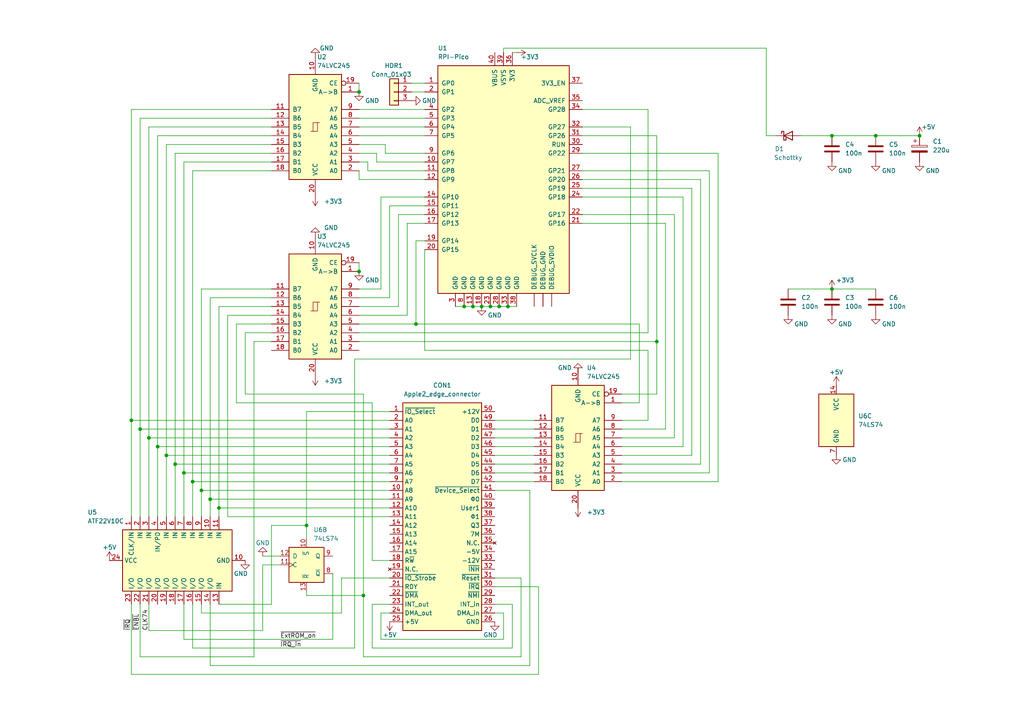
<source format=kicad_sch>
(kicad_sch (version 20211123) (generator eeschema)

  (uuid eaef1172-3351-417c-bfc4-74a598f141cb)

  (paper "A4")

  (title_block
    (title "A2PICO v1.6")
  )

  (lib_symbols
    (symbol "74xx:74LS245" (pin_names (offset 1.016)) (in_bom yes) (on_board yes)
      (property "Reference" "U" (id 0) (at -7.62 16.51 0)
        (effects (font (size 1.27 1.27)))
      )
      (property "Value" "74LS245" (id 1) (at -7.62 -16.51 0)
        (effects (font (size 1.27 1.27)))
      )
      (property "Footprint" "" (id 2) (at 0 0 0)
        (effects (font (size 1.27 1.27)) hide)
      )
      (property "Datasheet" "http://www.ti.com/lit/gpn/sn74LS245" (id 3) (at 0 0 0)
        (effects (font (size 1.27 1.27)) hide)
      )
      (property "ki_locked" "" (id 4) (at 0 0 0)
        (effects (font (size 1.27 1.27)))
      )
      (property "ki_keywords" "TTL BUS 3State" (id 5) (at 0 0 0)
        (effects (font (size 1.27 1.27)) hide)
      )
      (property "ki_description" "Octal BUS Transceivers, 3-State outputs" (id 6) (at 0 0 0)
        (effects (font (size 1.27 1.27)) hide)
      )
      (property "ki_fp_filters" "DIP?20*" (id 7) (at 0 0 0)
        (effects (font (size 1.27 1.27)) hide)
      )
      (symbol "74LS245_1_0"
        (polyline
          (pts
            (xy -0.635 -1.27)
            (xy -0.635 1.27)
            (xy 0.635 1.27)
          )
          (stroke (width 0) (type default) (color 0 0 0 0))
          (fill (type none))
        )
        (polyline
          (pts
            (xy -1.27 -1.27)
            (xy 0.635 -1.27)
            (xy 0.635 1.27)
            (xy 1.27 1.27)
          )
          (stroke (width 0) (type default) (color 0 0 0 0))
          (fill (type none))
        )
        (pin input line (at -12.7 -10.16 0) (length 5.08)
          (name "A->B" (effects (font (size 1.27 1.27))))
          (number "1" (effects (font (size 1.27 1.27))))
        )
        (pin power_in line (at 0 -20.32 90) (length 5.08)
          (name "GND" (effects (font (size 1.27 1.27))))
          (number "10" (effects (font (size 1.27 1.27))))
        )
        (pin tri_state line (at 12.7 -5.08 180) (length 5.08)
          (name "B7" (effects (font (size 1.27 1.27))))
          (number "11" (effects (font (size 1.27 1.27))))
        )
        (pin tri_state line (at 12.7 -2.54 180) (length 5.08)
          (name "B6" (effects (font (size 1.27 1.27))))
          (number "12" (effects (font (size 1.27 1.27))))
        )
        (pin tri_state line (at 12.7 0 180) (length 5.08)
          (name "B5" (effects (font (size 1.27 1.27))))
          (number "13" (effects (font (size 1.27 1.27))))
        )
        (pin tri_state line (at 12.7 2.54 180) (length 5.08)
          (name "B4" (effects (font (size 1.27 1.27))))
          (number "14" (effects (font (size 1.27 1.27))))
        )
        (pin tri_state line (at 12.7 5.08 180) (length 5.08)
          (name "B3" (effects (font (size 1.27 1.27))))
          (number "15" (effects (font (size 1.27 1.27))))
        )
        (pin tri_state line (at 12.7 7.62 180) (length 5.08)
          (name "B2" (effects (font (size 1.27 1.27))))
          (number "16" (effects (font (size 1.27 1.27))))
        )
        (pin tri_state line (at 12.7 10.16 180) (length 5.08)
          (name "B1" (effects (font (size 1.27 1.27))))
          (number "17" (effects (font (size 1.27 1.27))))
        )
        (pin tri_state line (at 12.7 12.7 180) (length 5.08)
          (name "B0" (effects (font (size 1.27 1.27))))
          (number "18" (effects (font (size 1.27 1.27))))
        )
        (pin input inverted (at -12.7 -12.7 0) (length 5.08)
          (name "CE" (effects (font (size 1.27 1.27))))
          (number "19" (effects (font (size 1.27 1.27))))
        )
        (pin tri_state line (at -12.7 12.7 0) (length 5.08)
          (name "A0" (effects (font (size 1.27 1.27))))
          (number "2" (effects (font (size 1.27 1.27))))
        )
        (pin power_in line (at 0 20.32 270) (length 5.08)
          (name "VCC" (effects (font (size 1.27 1.27))))
          (number "20" (effects (font (size 1.27 1.27))))
        )
        (pin tri_state line (at -12.7 10.16 0) (length 5.08)
          (name "A1" (effects (font (size 1.27 1.27))))
          (number "3" (effects (font (size 1.27 1.27))))
        )
        (pin tri_state line (at -12.7 7.62 0) (length 5.08)
          (name "A2" (effects (font (size 1.27 1.27))))
          (number "4" (effects (font (size 1.27 1.27))))
        )
        (pin tri_state line (at -12.7 5.08 0) (length 5.08)
          (name "A3" (effects (font (size 1.27 1.27))))
          (number "5" (effects (font (size 1.27 1.27))))
        )
        (pin tri_state line (at -12.7 2.54 0) (length 5.08)
          (name "A4" (effects (font (size 1.27 1.27))))
          (number "6" (effects (font (size 1.27 1.27))))
        )
        (pin tri_state line (at -12.7 0 0) (length 5.08)
          (name "A5" (effects (font (size 1.27 1.27))))
          (number "7" (effects (font (size 1.27 1.27))))
        )
        (pin tri_state line (at -12.7 -2.54 0) (length 5.08)
          (name "A6" (effects (font (size 1.27 1.27))))
          (number "8" (effects (font (size 1.27 1.27))))
        )
        (pin tri_state line (at -12.7 -5.08 0) (length 5.08)
          (name "A7" (effects (font (size 1.27 1.27))))
          (number "9" (effects (font (size 1.27 1.27))))
        )
      )
      (symbol "74LS245_1_1"
        (rectangle (start -7.62 15.24) (end 7.62 -15.24)
          (stroke (width 0.254) (type default) (color 0 0 0 0))
          (fill (type background))
        )
      )
    )
    (symbol "74xx:74LS74" (pin_names (offset 1.016)) (in_bom yes) (on_board yes)
      (property "Reference" "U" (id 0) (at -7.62 8.89 0)
        (effects (font (size 1.27 1.27)))
      )
      (property "Value" "74LS74" (id 1) (at -7.62 -8.89 0)
        (effects (font (size 1.27 1.27)))
      )
      (property "Footprint" "" (id 2) (at 0 0 0)
        (effects (font (size 1.27 1.27)) hide)
      )
      (property "Datasheet" "74xx/74hc_hct74.pdf" (id 3) (at 0 0 0)
        (effects (font (size 1.27 1.27)) hide)
      )
      (property "ki_locked" "" (id 4) (at 0 0 0)
        (effects (font (size 1.27 1.27)))
      )
      (property "ki_keywords" "TTL DFF" (id 5) (at 0 0 0)
        (effects (font (size 1.27 1.27)) hide)
      )
      (property "ki_description" "Dual D Flip-flop, Set & Reset" (id 6) (at 0 0 0)
        (effects (font (size 1.27 1.27)) hide)
      )
      (property "ki_fp_filters" "DIP*W7.62mm*" (id 7) (at 0 0 0)
        (effects (font (size 1.27 1.27)) hide)
      )
      (symbol "74LS74_1_0"
        (pin input line (at 0 -7.62 90) (length 2.54)
          (name "~{R}" (effects (font (size 1.27 1.27))))
          (number "1" (effects (font (size 1.27 1.27))))
        )
        (pin input line (at -7.62 2.54 0) (length 2.54)
          (name "D" (effects (font (size 1.27 1.27))))
          (number "2" (effects (font (size 1.27 1.27))))
        )
        (pin input clock (at -7.62 0 0) (length 2.54)
          (name "C" (effects (font (size 1.27 1.27))))
          (number "3" (effects (font (size 1.27 1.27))))
        )
        (pin input line (at 0 7.62 270) (length 2.54)
          (name "~{S}" (effects (font (size 1.27 1.27))))
          (number "4" (effects (font (size 1.27 1.27))))
        )
        (pin output line (at 7.62 2.54 180) (length 2.54)
          (name "Q" (effects (font (size 1.27 1.27))))
          (number "5" (effects (font (size 1.27 1.27))))
        )
        (pin output line (at 7.62 -2.54 180) (length 2.54)
          (name "~{Q}" (effects (font (size 1.27 1.27))))
          (number "6" (effects (font (size 1.27 1.27))))
        )
      )
      (symbol "74LS74_1_1"
        (rectangle (start -5.08 5.08) (end 5.08 -5.08)
          (stroke (width 0.254) (type default) (color 0 0 0 0))
          (fill (type background))
        )
      )
      (symbol "74LS74_2_0"
        (pin input line (at 0 7.62 270) (length 2.54)
          (name "~{S}" (effects (font (size 1.27 1.27))))
          (number "10" (effects (font (size 1.27 1.27))))
        )
        (pin input clock (at -7.62 0 0) (length 2.54)
          (name "C" (effects (font (size 1.27 1.27))))
          (number "11" (effects (font (size 1.27 1.27))))
        )
        (pin input line (at -7.62 2.54 0) (length 2.54)
          (name "D" (effects (font (size 1.27 1.27))))
          (number "12" (effects (font (size 1.27 1.27))))
        )
        (pin input line (at 0 -7.62 90) (length 2.54)
          (name "~{R}" (effects (font (size 1.27 1.27))))
          (number "13" (effects (font (size 1.27 1.27))))
        )
        (pin output line (at 7.62 -2.54 180) (length 2.54)
          (name "~{Q}" (effects (font (size 1.27 1.27))))
          (number "8" (effects (font (size 1.27 1.27))))
        )
        (pin output line (at 7.62 2.54 180) (length 2.54)
          (name "Q" (effects (font (size 1.27 1.27))))
          (number "9" (effects (font (size 1.27 1.27))))
        )
      )
      (symbol "74LS74_2_1"
        (rectangle (start -5.08 5.08) (end 5.08 -5.08)
          (stroke (width 0.254) (type default) (color 0 0 0 0))
          (fill (type background))
        )
      )
      (symbol "74LS74_3_0"
        (pin power_in line (at 0 10.16 270) (length 2.54)
          (name "VCC" (effects (font (size 1.27 1.27))))
          (number "14" (effects (font (size 1.27 1.27))))
        )
        (pin power_in line (at 0 -10.16 90) (length 2.54)
          (name "GND" (effects (font (size 1.27 1.27))))
          (number "7" (effects (font (size 1.27 1.27))))
        )
      )
      (symbol "74LS74_3_1"
        (rectangle (start -5.08 7.62) (end 5.08 -7.62)
          (stroke (width 0.254) (type default) (color 0 0 0 0))
          (fill (type background))
        )
      )
    )
    (symbol "Connector_Generic:Conn_01x03" (pin_names (offset 1.016) hide) (in_bom yes) (on_board yes)
      (property "Reference" "J" (id 0) (at 0 5.08 0)
        (effects (font (size 1.27 1.27)))
      )
      (property "Value" "Conn_01x03" (id 1) (at 0 -5.08 0)
        (effects (font (size 1.27 1.27)))
      )
      (property "Footprint" "" (id 2) (at 0 0 0)
        (effects (font (size 1.27 1.27)) hide)
      )
      (property "Datasheet" "~" (id 3) (at 0 0 0)
        (effects (font (size 1.27 1.27)) hide)
      )
      (property "ki_keywords" "connector" (id 4) (at 0 0 0)
        (effects (font (size 1.27 1.27)) hide)
      )
      (property "ki_description" "Generic connector, single row, 01x03, script generated (kicad-library-utils/schlib/autogen/connector/)" (id 5) (at 0 0 0)
        (effects (font (size 1.27 1.27)) hide)
      )
      (property "ki_fp_filters" "Connector*:*_1x??_*" (id 6) (at 0 0 0)
        (effects (font (size 1.27 1.27)) hide)
      )
      (symbol "Conn_01x03_1_1"
        (rectangle (start -1.27 -2.413) (end 0 -2.667)
          (stroke (width 0.1524) (type default) (color 0 0 0 0))
          (fill (type none))
        )
        (rectangle (start -1.27 0.127) (end 0 -0.127)
          (stroke (width 0.1524) (type default) (color 0 0 0 0))
          (fill (type none))
        )
        (rectangle (start -1.27 2.667) (end 0 2.413)
          (stroke (width 0.1524) (type default) (color 0 0 0 0))
          (fill (type none))
        )
        (rectangle (start -1.27 3.81) (end 1.27 -3.81)
          (stroke (width 0.254) (type default) (color 0 0 0 0))
          (fill (type background))
        )
        (pin passive line (at -5.08 2.54 0) (length 3.81)
          (name "Pin_1" (effects (font (size 1.27 1.27))))
          (number "1" (effects (font (size 1.27 1.27))))
        )
        (pin passive line (at -5.08 0 0) (length 3.81)
          (name "Pin_2" (effects (font (size 1.27 1.27))))
          (number "2" (effects (font (size 1.27 1.27))))
        )
        (pin passive line (at -5.08 -2.54 0) (length 3.81)
          (name "Pin_3" (effects (font (size 1.27 1.27))))
          (number "3" (effects (font (size 1.27 1.27))))
        )
      )
    )
    (symbol "Device:C" (pin_numbers hide) (pin_names (offset 0.254)) (in_bom yes) (on_board yes)
      (property "Reference" "C" (id 0) (at 0.635 2.54 0)
        (effects (font (size 1.27 1.27)) (justify left))
      )
      (property "Value" "C" (id 1) (at 0.635 -2.54 0)
        (effects (font (size 1.27 1.27)) (justify left))
      )
      (property "Footprint" "" (id 2) (at 0.9652 -3.81 0)
        (effects (font (size 1.27 1.27)) hide)
      )
      (property "Datasheet" "~" (id 3) (at 0 0 0)
        (effects (font (size 1.27 1.27)) hide)
      )
      (property "ki_keywords" "cap capacitor" (id 4) (at 0 0 0)
        (effects (font (size 1.27 1.27)) hide)
      )
      (property "ki_description" "Unpolarized capacitor" (id 5) (at 0 0 0)
        (effects (font (size 1.27 1.27)) hide)
      )
      (property "ki_fp_filters" "C_*" (id 6) (at 0 0 0)
        (effects (font (size 1.27 1.27)) hide)
      )
      (symbol "C_0_1"
        (polyline
          (pts
            (xy -2.032 -0.762)
            (xy 2.032 -0.762)
          )
          (stroke (width 0.508) (type default) (color 0 0 0 0))
          (fill (type none))
        )
        (polyline
          (pts
            (xy -2.032 0.762)
            (xy 2.032 0.762)
          )
          (stroke (width 0.508) (type default) (color 0 0 0 0))
          (fill (type none))
        )
      )
      (symbol "C_1_1"
        (pin passive line (at 0 3.81 270) (length 2.794)
          (name "~" (effects (font (size 1.27 1.27))))
          (number "1" (effects (font (size 1.27 1.27))))
        )
        (pin passive line (at 0 -3.81 90) (length 2.794)
          (name "~" (effects (font (size 1.27 1.27))))
          (number "2" (effects (font (size 1.27 1.27))))
        )
      )
    )
    (symbol "Device:C_Polarized" (pin_numbers hide) (pin_names (offset 0.254)) (in_bom yes) (on_board yes)
      (property "Reference" "C" (id 0) (at 0.635 2.54 0)
        (effects (font (size 1.27 1.27)) (justify left))
      )
      (property "Value" "C_Polarized" (id 1) (at 0.635 -2.54 0)
        (effects (font (size 1.27 1.27)) (justify left))
      )
      (property "Footprint" "" (id 2) (at 0.9652 -3.81 0)
        (effects (font (size 1.27 1.27)) hide)
      )
      (property "Datasheet" "~" (id 3) (at 0 0 0)
        (effects (font (size 1.27 1.27)) hide)
      )
      (property "ki_keywords" "cap capacitor" (id 4) (at 0 0 0)
        (effects (font (size 1.27 1.27)) hide)
      )
      (property "ki_description" "Polarized capacitor" (id 5) (at 0 0 0)
        (effects (font (size 1.27 1.27)) hide)
      )
      (property "ki_fp_filters" "CP_*" (id 6) (at 0 0 0)
        (effects (font (size 1.27 1.27)) hide)
      )
      (symbol "C_Polarized_0_1"
        (rectangle (start -2.286 0.508) (end 2.286 1.016)
          (stroke (width 0) (type default) (color 0 0 0 0))
          (fill (type none))
        )
        (polyline
          (pts
            (xy -1.778 2.286)
            (xy -0.762 2.286)
          )
          (stroke (width 0) (type default) (color 0 0 0 0))
          (fill (type none))
        )
        (polyline
          (pts
            (xy -1.27 2.794)
            (xy -1.27 1.778)
          )
          (stroke (width 0) (type default) (color 0 0 0 0))
          (fill (type none))
        )
        (rectangle (start 2.286 -0.508) (end -2.286 -1.016)
          (stroke (width 0) (type default) (color 0 0 0 0))
          (fill (type outline))
        )
      )
      (symbol "C_Polarized_1_1"
        (pin passive line (at 0 3.81 270) (length 2.794)
          (name "~" (effects (font (size 1.27 1.27))))
          (number "1" (effects (font (size 1.27 1.27))))
        )
        (pin passive line (at 0 -3.81 90) (length 2.794)
          (name "~" (effects (font (size 1.27 1.27))))
          (number "2" (effects (font (size 1.27 1.27))))
        )
      )
    )
    (symbol "Diode:1N6857" (pin_numbers hide) (pin_names (offset 1.016) hide) (in_bom yes) (on_board yes)
      (property "Reference" "D" (id 0) (at 0 2.54 0)
        (effects (font (size 1.27 1.27)))
      )
      (property "Value" "1N6857" (id 1) (at 0 -2.54 0)
        (effects (font (size 1.27 1.27)))
      )
      (property "Footprint" "Diode_THT:D_DO-35_SOD27_P7.62mm_Horizontal" (id 2) (at 0 -4.445 0)
        (effects (font (size 1.27 1.27)) hide)
      )
      (property "Datasheet" "https://www.microsemi.com/document-portal/doc_download/8865-lds-0040-datasheet" (id 3) (at 0 0 0)
        (effects (font (size 1.27 1.27)) hide)
      )
      (property "ki_keywords" "diode Schottky" (id 4) (at 0 0 0)
        (effects (font (size 1.27 1.27)) hide)
      )
      (property "ki_description" "20V 150mA Schottky diode, DO-35" (id 5) (at 0 0 0)
        (effects (font (size 1.27 1.27)) hide)
      )
      (property "ki_fp_filters" "D*DO?35*" (id 6) (at 0 0 0)
        (effects (font (size 1.27 1.27)) hide)
      )
      (symbol "1N6857_0_1"
        (polyline
          (pts
            (xy 1.27 0)
            (xy -1.27 0)
          )
          (stroke (width 0) (type default) (color 0 0 0 0))
          (fill (type none))
        )
        (polyline
          (pts
            (xy 1.27 1.27)
            (xy 1.27 -1.27)
            (xy -1.27 0)
            (xy 1.27 1.27)
          )
          (stroke (width 0.254) (type default) (color 0 0 0 0))
          (fill (type none))
        )
        (polyline
          (pts
            (xy -1.905 0.635)
            (xy -1.905 1.27)
            (xy -1.27 1.27)
            (xy -1.27 -1.27)
            (xy -0.635 -1.27)
            (xy -0.635 -0.635)
          )
          (stroke (width 0.254) (type default) (color 0 0 0 0))
          (fill (type none))
        )
      )
      (symbol "1N6857_1_1"
        (pin passive line (at -3.81 0 0) (length 2.54)
          (name "K" (effects (font (size 1.27 1.27))))
          (number "1" (effects (font (size 1.27 1.27))))
        )
        (pin passive line (at 3.81 0 180) (length 2.54)
          (name "A" (effects (font (size 1.27 1.27))))
          (number "2" (effects (font (size 1.27 1.27))))
        )
      )
    )
    (symbol "MCU_Microchip_PIC16:RPI-Pico" (pin_names (offset 1.016)) (in_bom yes) (on_board yes)
      (property "Reference" "U" (id 0) (at 6.35 35.56 0)
        (effects (font (size 1.27 1.27)) (justify left))
      )
      (property "Value" "RPI-Pico" (id 1) (at 6.35 33.02 0)
        (effects (font (size 1.27 1.27)) (justify left))
      )
      (property "Footprint" "" (id 2) (at 0 0 0)
        (effects (font (size 1.27 1.27) italic) hide)
      )
      (property "Datasheet" "RPI-Pico" (id 3) (at 0 0 0)
        (effects (font (size 1.27 1.27)) hide)
      )
      (property "ki_keywords" "Flash-Based 8-Bit Microcontroller" (id 4) (at 0 0 0)
        (effects (font (size 1.27 1.27)) hide)
      )
      (property "ki_description" "4K Flash, 192B SRAM, ADC, PWM, DIP40" (id 5) (at 0 0 0)
        (effects (font (size 1.27 1.27)) hide)
      )
      (property "ki_fp_filters" "DIP* PDIP*" (id 6) (at 0 0 0)
        (effects (font (size 1.27 1.27)) hide)
      )
      (symbol "RPI-Pico_0_1"
        (rectangle (start -19.05 -34.29) (end 19.05 31.75)
          (stroke (width 0.254) (type default) (color 0 0 0 0))
          (fill (type background))
        )
      )
      (symbol "RPI-Pico_1_1"
        (pin power_in line (at 11.43 -38.1 90) (length 3.81)
          (name "DEBUG_GND" (effects (font (size 1.27 1.27))))
          (number "" (effects (font (size 1.27 1.27))))
        )
        (pin bidirectional line (at 8.89 -38.1 90) (length 3.81)
          (name "DEBUG_SVCLK" (effects (font (size 1.27 1.27))))
          (number "" (effects (font (size 1.27 1.27))))
        )
        (pin bidirectional line (at 13.97 -38.1 90) (length 3.81)
          (name "DEBUG_SVDIO" (effects (font (size 1.27 1.27))))
          (number "" (effects (font (size 1.27 1.27))))
        )
        (pin bidirectional line (at -22.86 26.67 0) (length 3.81)
          (name "GP0" (effects (font (size 1.27 1.27))))
          (number "1" (effects (font (size 1.27 1.27))))
        )
        (pin bidirectional line (at -22.86 3.81 0) (length 3.81)
          (name "GP7" (effects (font (size 1.27 1.27))))
          (number "10" (effects (font (size 1.27 1.27))))
        )
        (pin bidirectional line (at -22.86 1.27 0) (length 3.81)
          (name "GP8" (effects (font (size 1.27 1.27))))
          (number "11" (effects (font (size 1.27 1.27))))
        )
        (pin bidirectional line (at -22.86 -1.27 0) (length 3.81)
          (name "GP9" (effects (font (size 1.27 1.27))))
          (number "12" (effects (font (size 1.27 1.27))))
        )
        (pin power_in line (at -8.89 -38.1 90) (length 3.81)
          (name "GND" (effects (font (size 1.27 1.27))))
          (number "13" (effects (font (size 1.27 1.27))))
        )
        (pin bidirectional line (at -22.86 -6.35 0) (length 3.81)
          (name "GP10" (effects (font (size 1.27 1.27))))
          (number "14" (effects (font (size 1.27 1.27))))
        )
        (pin bidirectional line (at -22.86 -8.89 0) (length 3.81)
          (name "GP11" (effects (font (size 1.27 1.27))))
          (number "15" (effects (font (size 1.27 1.27))))
        )
        (pin bidirectional line (at -22.86 -11.43 0) (length 3.81)
          (name "GP12" (effects (font (size 1.27 1.27))))
          (number "16" (effects (font (size 1.27 1.27))))
        )
        (pin bidirectional line (at -22.86 -13.97 0) (length 3.81)
          (name "GP13" (effects (font (size 1.27 1.27))))
          (number "17" (effects (font (size 1.27 1.27))))
        )
        (pin power_in line (at -6.35 -38.1 90) (length 3.81)
          (name "GND" (effects (font (size 1.27 1.27))))
          (number "18" (effects (font (size 1.27 1.27))))
        )
        (pin bidirectional line (at -22.86 -19.05 0) (length 3.81)
          (name "GP14" (effects (font (size 1.27 1.27))))
          (number "19" (effects (font (size 1.27 1.27))))
        )
        (pin bidirectional line (at -22.86 24.13 0) (length 3.81)
          (name "GP1" (effects (font (size 1.27 1.27))))
          (number "2" (effects (font (size 1.27 1.27))))
        )
        (pin bidirectional line (at -22.86 -21.59 0) (length 3.81)
          (name "GP15" (effects (font (size 1.27 1.27))))
          (number "20" (effects (font (size 1.27 1.27))))
        )
        (pin bidirectional line (at 22.86 -13.97 180) (length 3.81)
          (name "GP16" (effects (font (size 1.27 1.27))))
          (number "21" (effects (font (size 1.27 1.27))))
        )
        (pin bidirectional line (at 22.86 -11.43 180) (length 3.81)
          (name "GP17" (effects (font (size 1.27 1.27))))
          (number "22" (effects (font (size 1.27 1.27))))
        )
        (pin power_in line (at -3.81 -38.1 90) (length 3.81)
          (name "GND" (effects (font (size 1.27 1.27))))
          (number "23" (effects (font (size 1.27 1.27))))
        )
        (pin bidirectional line (at 22.86 -6.35 180) (length 3.81)
          (name "GP18" (effects (font (size 1.27 1.27))))
          (number "24" (effects (font (size 1.27 1.27))))
        )
        (pin bidirectional line (at 22.86 -3.81 180) (length 3.81)
          (name "GP19" (effects (font (size 1.27 1.27))))
          (number "25" (effects (font (size 1.27 1.27))))
        )
        (pin bidirectional line (at 22.86 -1.27 180) (length 3.81)
          (name "GP20" (effects (font (size 1.27 1.27))))
          (number "26" (effects (font (size 1.27 1.27))))
        )
        (pin bidirectional line (at 22.86 1.27 180) (length 3.81)
          (name "GP21" (effects (font (size 1.27 1.27))))
          (number "27" (effects (font (size 1.27 1.27))))
        )
        (pin power_in line (at -1.27 -38.1 90) (length 3.81)
          (name "GND" (effects (font (size 1.27 1.27))))
          (number "28" (effects (font (size 1.27 1.27))))
        )
        (pin bidirectional line (at 22.86 6.35 180) (length 3.81)
          (name "GP22" (effects (font (size 1.27 1.27))))
          (number "29" (effects (font (size 1.27 1.27))))
        )
        (pin power_in line (at -13.97 -38.1 90) (length 3.81)
          (name "GND" (effects (font (size 1.27 1.27))))
          (number "3" (effects (font (size 1.27 1.27))))
        )
        (pin bidirectional line (at 22.86 8.89 180) (length 3.81)
          (name "RUN" (effects (font (size 1.27 1.27))))
          (number "30" (effects (font (size 1.27 1.27))))
        )
        (pin bidirectional line (at 22.86 11.43 180) (length 3.81)
          (name "GP26" (effects (font (size 1.27 1.27))))
          (number "31" (effects (font (size 1.27 1.27))))
        )
        (pin bidirectional line (at 22.86 13.97 180) (length 3.81)
          (name "GP27" (effects (font (size 1.27 1.27))))
          (number "32" (effects (font (size 1.27 1.27))))
        )
        (pin power_in line (at 1.27 -38.1 90) (length 3.81)
          (name "GND" (effects (font (size 1.27 1.27))))
          (number "33" (effects (font (size 1.27 1.27))))
        )
        (pin bidirectional line (at 22.86 19.05 180) (length 3.81)
          (name "GP28" (effects (font (size 1.27 1.27))))
          (number "34" (effects (font (size 1.27 1.27))))
        )
        (pin bidirectional line (at 22.86 21.59 180) (length 3.81)
          (name "ADC_VREF" (effects (font (size 1.27 1.27))))
          (number "35" (effects (font (size 1.27 1.27))))
        )
        (pin power_in line (at 2.54 35.56 270) (length 3.81)
          (name "3V3" (effects (font (size 1.27 1.27))))
          (number "36" (effects (font (size 1.27 1.27))))
        )
        (pin bidirectional line (at 22.86 26.67 180) (length 3.81)
          (name "3V3_EN" (effects (font (size 1.27 1.27))))
          (number "37" (effects (font (size 1.27 1.27))))
        )
        (pin power_in line (at 3.81 -38.1 90) (length 3.81)
          (name "GND" (effects (font (size 1.27 1.27))))
          (number "38" (effects (font (size 1.27 1.27))))
        )
        (pin power_in line (at 0 35.56 270) (length 3.81)
          (name "VSYS" (effects (font (size 1.27 1.27))))
          (number "39" (effects (font (size 1.27 1.27))))
        )
        (pin bidirectional line (at -22.86 19.05 0) (length 3.81)
          (name "GP2" (effects (font (size 1.27 1.27))))
          (number "4" (effects (font (size 1.27 1.27))))
        )
        (pin power_in line (at -2.54 35.56 270) (length 3.81)
          (name "VBUS" (effects (font (size 1.27 1.27))))
          (number "40" (effects (font (size 1.27 1.27))))
        )
        (pin bidirectional line (at -22.86 16.51 0) (length 3.81)
          (name "GP3" (effects (font (size 1.27 1.27))))
          (number "5" (effects (font (size 1.27 1.27))))
        )
        (pin bidirectional line (at -22.86 13.97 0) (length 3.81)
          (name "GP4" (effects (font (size 1.27 1.27))))
          (number "6" (effects (font (size 1.27 1.27))))
        )
        (pin bidirectional line (at -22.86 11.43 0) (length 3.81)
          (name "GP5" (effects (font (size 1.27 1.27))))
          (number "7" (effects (font (size 1.27 1.27))))
        )
        (pin power_in line (at -11.43 -38.1 90) (length 3.81)
          (name "GND" (effects (font (size 1.27 1.27))))
          (number "8" (effects (font (size 1.27 1.27))))
        )
        (pin bidirectional line (at -22.86 6.35 0) (length 3.81)
          (name "GP6" (effects (font (size 1.27 1.27))))
          (number "9" (effects (font (size 1.27 1.27))))
        )
      )
    )
    (symbol "Ralle_Library:ATF22V10C" (in_bom yes) (on_board yes)
      (property "Reference" "U" (id 0) (at 0 0 0)
        (effects (font (size 1.27 1.27)))
      )
      (property "Value" "ATF22V10C" (id 1) (at 6.35 -17.78 0)
        (effects (font (size 1.27 1.27)))
      )
      (property "Footprint" "" (id 2) (at 0 0 0)
        (effects (font (size 1.27 1.27)) hide)
      )
      (property "Datasheet" "" (id 3) (at 0 0 0)
        (effects (font (size 1.27 1.27)) hide)
      )
      (symbol "ATF22V10C_0_0"
        (pin power_in line (at 0 -20.32 90) (length 3.81)
          (name "GND" (effects (font (size 1.27 1.27))))
          (number "10" (effects (font (size 1.27 1.27))))
        )
        (pin power_in line (at 0 19.05 270) (length 3.81)
          (name "VCC" (effects (font (size 1.27 1.27))))
          (number "24" (effects (font (size 1.27 1.27))))
        )
      )
      (symbol "ATF22V10C_0_1"
        (rectangle (start -8.89 15.24) (end 8.89 -16.51)
          (stroke (width 0.254) (type default) (color 0 0 0 0))
          (fill (type background))
        )
      )
      (symbol "ATF22V10C_1_1"
        (pin input line (at -12.7 12.7 0) (length 3.81)
          (name "CLK/IN" (effects (font (size 1.27 1.27))))
          (number "1" (effects (font (size 1.27 1.27))))
        )
        (pin input line (at -12.7 -10.16 0) (length 3.81)
          (name "IN" (effects (font (size 1.27 1.27))))
          (number "10" (effects (font (size 1.27 1.27))))
        )
        (pin input line (at -12.7 -12.7 0) (length 3.81)
          (name "IN" (effects (font (size 1.27 1.27))))
          (number "11" (effects (font (size 1.27 1.27))))
        )
        (pin input line (at 12.7 -12.7 180) (length 3.81)
          (name "IN" (effects (font (size 1.27 1.27))))
          (number "13" (effects (font (size 1.27 1.27))))
        )
        (pin output line (at 12.7 -10.16 180) (length 3.81)
          (name "I/O" (effects (font (size 1.27 1.27))))
          (number "14" (effects (font (size 1.27 1.27))))
        )
        (pin output line (at 12.7 -7.62 180) (length 3.81)
          (name "I/O" (effects (font (size 1.27 1.27))))
          (number "15" (effects (font (size 1.27 1.27))))
        )
        (pin output line (at 12.7 -5.08 180) (length 3.81)
          (name "I/O" (effects (font (size 1.27 1.27))))
          (number "16" (effects (font (size 1.27 1.27))))
        )
        (pin output line (at 12.7 -2.54 180) (length 3.81)
          (name "I/O" (effects (font (size 1.27 1.27))))
          (number "17" (effects (font (size 1.27 1.27))))
        )
        (pin output line (at 12.7 0 180) (length 3.81)
          (name "I/O" (effects (font (size 1.27 1.27))))
          (number "18" (effects (font (size 1.27 1.27))))
        )
        (pin output line (at 12.7 2.54 180) (length 3.81)
          (name "I/O" (effects (font (size 1.27 1.27))))
          (number "19" (effects (font (size 1.27 1.27))))
        )
        (pin input line (at -12.7 10.16 0) (length 3.81)
          (name "IN" (effects (font (size 1.27 1.27))))
          (number "2" (effects (font (size 1.27 1.27))))
        )
        (pin output line (at 12.7 5.08 180) (length 3.81)
          (name "I/O" (effects (font (size 1.27 1.27))))
          (number "20" (effects (font (size 1.27 1.27))))
        )
        (pin output line (at 12.7 7.62 180) (length 3.81)
          (name "I/O" (effects (font (size 1.27 1.27))))
          (number "21" (effects (font (size 1.27 1.27))))
        )
        (pin output line (at 12.7 10.16 180) (length 3.81)
          (name "I/O" (effects (font (size 1.27 1.27))))
          (number "22" (effects (font (size 1.27 1.27))))
        )
        (pin output line (at 12.7 12.7 180) (length 3.81)
          (name "I/O" (effects (font (size 1.27 1.27))))
          (number "23" (effects (font (size 1.27 1.27))))
        )
        (pin input line (at -12.7 7.62 0) (length 3.81)
          (name "IN" (effects (font (size 1.27 1.27))))
          (number "3" (effects (font (size 1.27 1.27))))
        )
        (pin input line (at -12.7 5.08 0) (length 3.81)
          (name "IN/PD" (effects (font (size 1.27 1.27))))
          (number "4" (effects (font (size 1.27 1.27))))
        )
        (pin input line (at -12.7 2.54 0) (length 3.81)
          (name "IN" (effects (font (size 1.27 1.27))))
          (number "5" (effects (font (size 1.27 1.27))))
        )
        (pin input line (at -12.7 0 0) (length 3.81)
          (name "IN" (effects (font (size 1.27 1.27))))
          (number "6" (effects (font (size 1.27 1.27))))
        )
        (pin input line (at -12.7 -2.54 0) (length 3.81)
          (name "IN" (effects (font (size 1.27 1.27))))
          (number "7" (effects (font (size 1.27 1.27))))
        )
        (pin input line (at -12.7 -5.08 0) (length 3.81)
          (name "IN" (effects (font (size 1.27 1.27))))
          (number "8" (effects (font (size 1.27 1.27))))
        )
        (pin input line (at -12.7 -7.62 0) (length 3.81)
          (name "IN" (effects (font (size 1.27 1.27))))
          (number "9" (effects (font (size 1.27 1.27))))
        )
      )
    )
    (symbol "Ralle_Library:Apple2_edge_connector" (in_bom yes) (on_board yes)
      (property "Reference" "CON" (id 0) (at 0 0 0)
        (effects (font (size 1.27 1.27)))
      )
      (property "Value" "Apple2_edge_connector" (id 1) (at 0 -34.29 0)
        (effects (font (size 1.27 1.27)))
      )
      (property "Footprint" "" (id 2) (at 0 0 0)
        (effects (font (size 1.27 1.27)) hide)
      )
      (property "Datasheet" "" (id 3) (at 0 0 0)
        (effects (font (size 1.27 1.27)) hide)
      )
      (symbol "Apple2_edge_connector_0_1"
        (rectangle (start -11.43 33.02) (end 11.43 -33.02)
          (stroke (width 0.254) (type default) (color 0 0 0 0))
          (fill (type background))
        )
      )
      (symbol "Apple2_edge_connector_1_1"
        (pin output line (at -15.24 30.48 0) (length 3.81)
          (name "~{IO_Select}" (effects (font (size 1.27 1.27))))
          (number "1" (effects (font (size 1.27 1.27))))
        )
        (pin input line (at -15.24 7.62 0) (length 3.81)
          (name "A8" (effects (font (size 1.27 1.27))))
          (number "10" (effects (font (size 1.27 1.27))))
        )
        (pin input line (at -15.24 5.08 0) (length 3.81)
          (name "A9" (effects (font (size 1.27 1.27))))
          (number "11" (effects (font (size 1.27 1.27))))
        )
        (pin input line (at -15.24 2.54 0) (length 3.81)
          (name "A10" (effects (font (size 1.27 1.27))))
          (number "12" (effects (font (size 1.27 1.27))))
        )
        (pin input line (at -15.24 0 0) (length 3.81)
          (name "A11" (effects (font (size 1.27 1.27))))
          (number "13" (effects (font (size 1.27 1.27))))
        )
        (pin input line (at -15.24 -2.54 0) (length 3.81)
          (name "A12" (effects (font (size 1.27 1.27))))
          (number "14" (effects (font (size 1.27 1.27))))
        )
        (pin input line (at -15.24 -5.08 0) (length 3.81)
          (name "A13" (effects (font (size 1.27 1.27))))
          (number "15" (effects (font (size 1.27 1.27))))
        )
        (pin input line (at -15.24 -7.62 0) (length 3.81)
          (name "A14" (effects (font (size 1.27 1.27))))
          (number "16" (effects (font (size 1.27 1.27))))
        )
        (pin input line (at -15.24 -10.16 0) (length 3.81)
          (name "A15" (effects (font (size 1.27 1.27))))
          (number "17" (effects (font (size 1.27 1.27))))
        )
        (pin input line (at -15.24 -12.7 0) (length 3.81)
          (name "R~{W}" (effects (font (size 1.27 1.27))))
          (number "18" (effects (font (size 1.27 1.27))))
        )
        (pin no_connect line (at -15.24 -15.24 0) (length 3.81)
          (name "N.C." (effects (font (size 1.27 1.27))))
          (number "19" (effects (font (size 1.27 1.27))))
        )
        (pin input line (at -15.24 27.94 0) (length 3.81)
          (name "A0" (effects (font (size 1.27 1.27))))
          (number "2" (effects (font (size 1.27 1.27))))
        )
        (pin input line (at -15.24 -17.78 0) (length 3.81)
          (name "~{IO_Strobe}" (effects (font (size 1.27 1.27))))
          (number "20" (effects (font (size 1.27 1.27))))
        )
        (pin input line (at -15.24 -20.32 0) (length 3.81)
          (name "RDY" (effects (font (size 1.27 1.27))))
          (number "21" (effects (font (size 1.27 1.27))))
        )
        (pin bidirectional line (at -15.24 -22.86 0) (length 3.81)
          (name "~{DMA}" (effects (font (size 1.27 1.27))))
          (number "22" (effects (font (size 1.27 1.27))))
        )
        (pin input line (at -15.24 -25.4 0) (length 3.81)
          (name "INT_out" (effects (font (size 1.27 1.27))))
          (number "23" (effects (font (size 1.27 1.27))))
        )
        (pin input line (at -15.24 -27.94 0) (length 3.81)
          (name "DMA_out" (effects (font (size 1.27 1.27))))
          (number "24" (effects (font (size 1.27 1.27))))
        )
        (pin power_in line (at -15.24 -30.48 0) (length 3.81)
          (name "+5V" (effects (font (size 1.27 1.27))))
          (number "25" (effects (font (size 1.27 1.27))))
        )
        (pin passive line (at 15.24 -30.48 180) (length 3.81)
          (name "GND" (effects (font (size 1.27 1.27))))
          (number "26" (effects (font (size 1.27 1.27))))
        )
        (pin output line (at 15.24 -27.94 180) (length 3.81)
          (name "DMA_in" (effects (font (size 1.27 1.27))))
          (number "27" (effects (font (size 1.27 1.27))))
        )
        (pin output line (at 15.24 -25.4 180) (length 3.81)
          (name "INT_in" (effects (font (size 1.27 1.27))))
          (number "28" (effects (font (size 1.27 1.27))))
        )
        (pin output line (at 15.24 -22.86 180) (length 3.81)
          (name "~{NMI}" (effects (font (size 1.27 1.27))))
          (number "29" (effects (font (size 1.27 1.27))))
        )
        (pin input line (at -15.24 25.4 0) (length 3.81)
          (name "A1" (effects (font (size 1.27 1.27))))
          (number "3" (effects (font (size 1.27 1.27))))
        )
        (pin output line (at 15.24 -20.32 180) (length 3.81)
          (name "~{IRQ}" (effects (font (size 1.27 1.27))))
          (number "30" (effects (font (size 1.27 1.27))))
        )
        (pin bidirectional line (at 15.24 -17.78 180) (length 3.81)
          (name "~{Reset}" (effects (font (size 1.27 1.27))))
          (number "31" (effects (font (size 1.27 1.27))))
        )
        (pin input line (at 15.24 -15.24 180) (length 3.81)
          (name "~{INH}" (effects (font (size 1.27 1.27))))
          (number "32" (effects (font (size 1.27 1.27))))
        )
        (pin power_in line (at 15.24 -12.7 180) (length 3.81)
          (name "-12V" (effects (font (size 1.27 1.27))))
          (number "33" (effects (font (size 1.27 1.27))))
        )
        (pin power_in line (at 15.24 -10.16 180) (length 3.81)
          (name "-5V" (effects (font (size 1.27 1.27))))
          (number "34" (effects (font (size 1.27 1.27))))
        )
        (pin no_connect line (at 15.24 -7.62 180) (length 3.81)
          (name "N.C." (effects (font (size 1.27 1.27))))
          (number "35" (effects (font (size 1.27 1.27))))
        )
        (pin input line (at 15.24 -5.08 180) (length 3.81)
          (name "7M" (effects (font (size 1.27 1.27))))
          (number "36" (effects (font (size 1.27 1.27))))
        )
        (pin input line (at 15.24 -2.54 180) (length 3.81)
          (name "Q3" (effects (font (size 1.27 1.27))))
          (number "37" (effects (font (size 1.27 1.27))))
        )
        (pin input line (at 15.24 0 180) (length 3.81)
          (name "Ф1" (effects (font (size 1.27 1.27))))
          (number "38" (effects (font (size 1.27 1.27))))
        )
        (pin bidirectional line (at 15.24 2.54 180) (length 3.81)
          (name "User1" (effects (font (size 1.27 1.27))))
          (number "39" (effects (font (size 1.27 1.27))))
        )
        (pin input line (at -15.24 22.86 0) (length 3.81)
          (name "A2" (effects (font (size 1.27 1.27))))
          (number "4" (effects (font (size 1.27 1.27))))
        )
        (pin input line (at 15.24 5.08 180) (length 3.81)
          (name "Ф0" (effects (font (size 1.27 1.27))))
          (number "40" (effects (font (size 1.27 1.27))))
        )
        (pin input line (at 15.24 7.62 180) (length 3.81)
          (name "~{Device_Select}" (effects (font (size 1.27 1.27))))
          (number "41" (effects (font (size 1.27 1.27))))
        )
        (pin bidirectional line (at 15.24 10.16 180) (length 3.81)
          (name "D7" (effects (font (size 1.27 1.27))))
          (number "42" (effects (font (size 1.27 1.27))))
        )
        (pin bidirectional line (at 15.24 12.7 180) (length 3.81)
          (name "D6" (effects (font (size 1.27 1.27))))
          (number "43" (effects (font (size 1.27 1.27))))
        )
        (pin bidirectional line (at 15.24 15.24 180) (length 3.81)
          (name "D5" (effects (font (size 1.27 1.27))))
          (number "44" (effects (font (size 1.27 1.27))))
        )
        (pin bidirectional line (at 15.24 17.78 180) (length 3.81)
          (name "D4" (effects (font (size 1.27 1.27))))
          (number "45" (effects (font (size 1.27 1.27))))
        )
        (pin bidirectional line (at 15.24 20.32 180) (length 3.81)
          (name "D3" (effects (font (size 1.27 1.27))))
          (number "46" (effects (font (size 1.27 1.27))))
        )
        (pin bidirectional line (at 15.24 22.86 180) (length 3.81)
          (name "D2" (effects (font (size 1.27 1.27))))
          (number "47" (effects (font (size 1.27 1.27))))
        )
        (pin bidirectional line (at 15.24 25.4 180) (length 3.81)
          (name "D1" (effects (font (size 1.27 1.27))))
          (number "48" (effects (font (size 1.27 1.27))))
        )
        (pin bidirectional line (at 15.24 27.94 180) (length 3.81)
          (name "D0" (effects (font (size 1.27 1.27))))
          (number "49" (effects (font (size 1.27 1.27))))
        )
        (pin input line (at -15.24 20.32 0) (length 3.81)
          (name "A3" (effects (font (size 1.27 1.27))))
          (number "5" (effects (font (size 1.27 1.27))))
        )
        (pin power_in line (at 15.24 30.48 180) (length 3.81)
          (name "+12V" (effects (font (size 1.27 1.27))))
          (number "50" (effects (font (size 1.27 1.27))))
        )
        (pin input line (at -15.24 17.78 0) (length 3.81)
          (name "A4" (effects (font (size 1.27 1.27))))
          (number "6" (effects (font (size 1.27 1.27))))
        )
        (pin input line (at -15.24 15.24 0) (length 3.81)
          (name "A5" (effects (font (size 1.27 1.27))))
          (number "7" (effects (font (size 1.27 1.27))))
        )
        (pin input line (at -15.24 12.7 0) (length 3.81)
          (name "A6" (effects (font (size 1.27 1.27))))
          (number "8" (effects (font (size 1.27 1.27))))
        )
        (pin input line (at -15.24 10.16 0) (length 3.81)
          (name "A7" (effects (font (size 1.27 1.27))))
          (number "9" (effects (font (size 1.27 1.27))))
        )
      )
    )
    (symbol "power:+3V3" (power) (pin_names (offset 0)) (in_bom yes) (on_board yes)
      (property "Reference" "#PWR" (id 0) (at 0 -3.81 0)
        (effects (font (size 1.27 1.27)) hide)
      )
      (property "Value" "+3V3" (id 1) (at 0 3.556 0)
        (effects (font (size 1.27 1.27)))
      )
      (property "Footprint" "" (id 2) (at 0 0 0)
        (effects (font (size 1.27 1.27)) hide)
      )
      (property "Datasheet" "" (id 3) (at 0 0 0)
        (effects (font (size 1.27 1.27)) hide)
      )
      (property "ki_keywords" "power-flag" (id 4) (at 0 0 0)
        (effects (font (size 1.27 1.27)) hide)
      )
      (property "ki_description" "Power symbol creates a global label with name \"+3V3\"" (id 5) (at 0 0 0)
        (effects (font (size 1.27 1.27)) hide)
      )
      (symbol "+3V3_0_1"
        (polyline
          (pts
            (xy -0.762 1.27)
            (xy 0 2.54)
          )
          (stroke (width 0) (type default) (color 0 0 0 0))
          (fill (type none))
        )
        (polyline
          (pts
            (xy 0 0)
            (xy 0 2.54)
          )
          (stroke (width 0) (type default) (color 0 0 0 0))
          (fill (type none))
        )
        (polyline
          (pts
            (xy 0 2.54)
            (xy 0.762 1.27)
          )
          (stroke (width 0) (type default) (color 0 0 0 0))
          (fill (type none))
        )
      )
      (symbol "+3V3_1_1"
        (pin power_in line (at 0 0 90) (length 0) hide
          (name "+3V3" (effects (font (size 1.27 1.27))))
          (number "1" (effects (font (size 1.27 1.27))))
        )
      )
    )
    (symbol "power:+5V" (power) (pin_names (offset 0)) (in_bom yes) (on_board yes)
      (property "Reference" "#PWR" (id 0) (at 0 -3.81 0)
        (effects (font (size 1.27 1.27)) hide)
      )
      (property "Value" "+5V" (id 1) (at 0 3.556 0)
        (effects (font (size 1.27 1.27)))
      )
      (property "Footprint" "" (id 2) (at 0 0 0)
        (effects (font (size 1.27 1.27)) hide)
      )
      (property "Datasheet" "" (id 3) (at 0 0 0)
        (effects (font (size 1.27 1.27)) hide)
      )
      (property "ki_keywords" "power-flag" (id 4) (at 0 0 0)
        (effects (font (size 1.27 1.27)) hide)
      )
      (property "ki_description" "Power symbol creates a global label with name \"+5V\"" (id 5) (at 0 0 0)
        (effects (font (size 1.27 1.27)) hide)
      )
      (symbol "+5V_0_1"
        (polyline
          (pts
            (xy -0.762 1.27)
            (xy 0 2.54)
          )
          (stroke (width 0) (type default) (color 0 0 0 0))
          (fill (type none))
        )
        (polyline
          (pts
            (xy 0 0)
            (xy 0 2.54)
          )
          (stroke (width 0) (type default) (color 0 0 0 0))
          (fill (type none))
        )
        (polyline
          (pts
            (xy 0 2.54)
            (xy 0.762 1.27)
          )
          (stroke (width 0) (type default) (color 0 0 0 0))
          (fill (type none))
        )
      )
      (symbol "+5V_1_1"
        (pin power_in line (at 0 0 90) (length 0) hide
          (name "+5V" (effects (font (size 1.27 1.27))))
          (number "1" (effects (font (size 1.27 1.27))))
        )
      )
    )
    (symbol "power:GND" (power) (pin_names (offset 0)) (in_bom yes) (on_board yes)
      (property "Reference" "#PWR" (id 0) (at 0 -6.35 0)
        (effects (font (size 1.27 1.27)) hide)
      )
      (property "Value" "GND" (id 1) (at 0 -3.81 0)
        (effects (font (size 1.27 1.27)))
      )
      (property "Footprint" "" (id 2) (at 0 0 0)
        (effects (font (size 1.27 1.27)) hide)
      )
      (property "Datasheet" "" (id 3) (at 0 0 0)
        (effects (font (size 1.27 1.27)) hide)
      )
      (property "ki_keywords" "power-flag" (id 4) (at 0 0 0)
        (effects (font (size 1.27 1.27)) hide)
      )
      (property "ki_description" "Power symbol creates a global label with name \"GND\" , ground" (id 5) (at 0 0 0)
        (effects (font (size 1.27 1.27)) hide)
      )
      (symbol "GND_0_1"
        (polyline
          (pts
            (xy 0 0)
            (xy 0 -1.27)
            (xy 1.27 -1.27)
            (xy 0 -2.54)
            (xy -1.27 -1.27)
            (xy 0 -1.27)
          )
          (stroke (width 0) (type default) (color 0 0 0 0))
          (fill (type none))
        )
      )
      (symbol "GND_1_1"
        (pin power_in line (at 0 0 270) (length 0) hide
          (name "GND" (effects (font (size 1.27 1.27))))
          (number "1" (effects (font (size 1.27 1.27))))
        )
      )
    )
  )

  (junction (at 40.64 124.46) (diameter 0) (color 0 0 0 0)
    (uuid 0d5c8553-0a1e-48c9-8ac0-a164fada8c9a)
  )
  (junction (at 241.3 83.82) (diameter 0) (color 0 0 0 0)
    (uuid 17db2eb3-1d63-4694-a11b-b531a7bf90fd)
  )
  (junction (at 45.72 129.54) (diameter 0) (color 0 0 0 0)
    (uuid 2c750988-bf7e-4b35-a7f3-fc95e9ad12e4)
  )
  (junction (at 147.32 88.9) (diameter 0) (color 0 0 0 0)
    (uuid 35cfce7d-47cc-4920-b8f5-c5913070c59c)
  )
  (junction (at 63.5 147.32) (diameter 0) (color 0 0 0 0)
    (uuid 404b3a88-2b59-4519-bb38-c374cc3782b1)
  )
  (junction (at 120.65 93.98) (diameter 0) (color 0 0 0 0)
    (uuid 442609a9-0008-42be-951f-915436b68f01)
  )
  (junction (at 88.9 152.4) (diameter 0) (color 0 0 0 0)
    (uuid 6dd0ce21-9390-4a2c-946d-f532ee2efb4f)
  )
  (junction (at 105.41 172.72) (diameter 0) (color 0 0 0 0)
    (uuid 6fb746ed-afd2-4307-be01-a97087c069be)
  )
  (junction (at 43.18 127) (diameter 0) (color 0 0 0 0)
    (uuid 73d985f0-c578-40ca-ab9b-537d56fc30c2)
  )
  (junction (at 142.24 88.9) (diameter 0) (color 0 0 0 0)
    (uuid 7d77f225-4cd0-49d9-96bf-2e9f72955146)
  )
  (junction (at 58.42 142.24) (diameter 0) (color 0 0 0 0)
    (uuid 7ed00350-26c2-465b-b6b1-24773263bd31)
  )
  (junction (at 134.62 88.9) (diameter 0) (color 0 0 0 0)
    (uuid 80e9243c-a5b4-497c-a9d8-5a8ec137d443)
  )
  (junction (at 50.8 134.62) (diameter 0) (color 0 0 0 0)
    (uuid 8482ec09-46f3-4fd1-9406-60ef9a2e33fe)
  )
  (junction (at 60.96 144.78) (diameter 0) (color 0 0 0 0)
    (uuid 86b49c1c-d84c-4f3d-88b2-5848523b75ce)
  )
  (junction (at 266.7 39.37) (diameter 0) (color 0 0 0 0)
    (uuid 89361d6e-e7a9-48b2-8597-7865848afb65)
  )
  (junction (at 104.14 78.74) (diameter 0) (color 0 0 0 0)
    (uuid a3a617b9-1a66-467c-9765-6e612b3ea937)
  )
  (junction (at 48.26 132.08) (diameter 0) (color 0 0 0 0)
    (uuid a5726985-464c-47a5-8ae1-d2cb3152c3e5)
  )
  (junction (at 53.34 137.16) (diameter 0) (color 0 0 0 0)
    (uuid a92f7336-7b18-4e22-9c4b-a7b32711fae6)
  )
  (junction (at 254 39.37) (diameter 0) (color 0 0 0 0)
    (uuid aaa235ef-540f-458c-8b43-ff19536848e5)
  )
  (junction (at 241.3 39.37) (diameter 0) (color 0 0 0 0)
    (uuid ac4fae0a-c207-4840-bb0a-a13b0ae21e20)
  )
  (junction (at 190.5 99.06) (diameter 0) (color 0 0 0 0)
    (uuid bca3eb0c-9f37-4205-88fa-8d83137d358e)
  )
  (junction (at 144.78 88.9) (diameter 0) (color 0 0 0 0)
    (uuid cca71be2-aed8-4fbf-acd5-4c4c1079b89f)
  )
  (junction (at 139.7 88.9) (diameter 0) (color 0 0 0 0)
    (uuid d0f4581c-3576-4e3e-80a5-48a8a70c74a4)
  )
  (junction (at 104.14 26.67) (diameter 0) (color 0 0 0 0)
    (uuid dcc3da9a-89fa-4442-8dc5-a68551f42a6c)
  )
  (junction (at 55.88 139.7) (diameter 0) (color 0 0 0 0)
    (uuid e81baf3a-e4d1-46c5-8de2-c1f850a6b1d6)
  )
  (junction (at 137.16 88.9) (diameter 0) (color 0 0 0 0)
    (uuid f2dc2324-e76c-4e7d-8fb0-1e85189ab288)
  )
  (junction (at 38.1 121.92) (diameter 0) (color 0 0 0 0)
    (uuid ffb9ed73-95fc-46d4-9295-831b10fcc6d2)
  )

  (wire (pts (xy 58.42 177.8) (xy 99.06 177.8))
    (stroke (width 0) (type default) (color 0 0 0 0))
    (uuid 0186f80d-5939-48a8-8944-a906393b7922)
  )
  (wire (pts (xy 148.59 187.96) (xy 148.59 175.26))
    (stroke (width 0) (type default) (color 0 0 0 0))
    (uuid 0239e5be-e86f-426b-b39c-73eb55241d5c)
  )
  (wire (pts (xy 208.28 44.45) (xy 168.91 44.45))
    (stroke (width 0) (type default) (color 0 0 0 0))
    (uuid 02dab15a-d3b6-4aea-a821-8dcd604aa400)
  )
  (wire (pts (xy 119.38 26.67) (xy 123.19 26.67))
    (stroke (width 0) (type default) (color 0 0 0 0))
    (uuid 05b63536-f4e1-4608-8827-658699a4df63)
  )
  (wire (pts (xy 104.14 49.53) (xy 104.14 52.07))
    (stroke (width 0) (type default) (color 0 0 0 0))
    (uuid 06d8b205-010e-4531-b0db-9430558bbc05)
  )
  (wire (pts (xy 78.74 41.91) (xy 48.26 41.91))
    (stroke (width 0) (type default) (color 0 0 0 0))
    (uuid 06da39d1-f9cd-42e0-aa28-0d042144ebb7)
  )
  (wire (pts (xy 119.38 24.13) (xy 123.19 24.13))
    (stroke (width 0) (type default) (color 0 0 0 0))
    (uuid 073a943b-3e4f-4340-877a-16b532686514)
  )
  (wire (pts (xy 113.03 175.26) (xy 107.95 175.26))
    (stroke (width 0) (type default) (color 0 0 0 0))
    (uuid 0cb071cd-a39b-49a3-b625-151fe939f974)
  )
  (wire (pts (xy 113.03 86.36) (xy 104.14 86.36))
    (stroke (width 0) (type default) (color 0 0 0 0))
    (uuid 0d1a1d97-32d6-4c21-ab3b-ef3ce4669b89)
  )
  (wire (pts (xy 78.74 83.82) (xy 58.42 83.82))
    (stroke (width 0) (type default) (color 0 0 0 0))
    (uuid 0d1dd210-6fda-4618-953f-a063ddc2be8a)
  )
  (wire (pts (xy 180.34 114.3) (xy 190.5 114.3))
    (stroke (width 0) (type default) (color 0 0 0 0))
    (uuid 0d98cb94-d6f5-49d6-8175-d20e11a6fbed)
  )
  (wire (pts (xy 99.06 167.64) (xy 113.03 167.64))
    (stroke (width 0) (type default) (color 0 0 0 0))
    (uuid 0e27a2a9-7e81-46ac-8df4-2126e6f99edf)
  )
  (wire (pts (xy 45.72 129.54) (xy 113.03 129.54))
    (stroke (width 0) (type default) (color 0 0 0 0))
    (uuid 1334ceae-8f98-4a04-b48c-44a0a3ce794b)
  )
  (wire (pts (xy 48.26 132.08) (xy 113.03 132.08))
    (stroke (width 0) (type default) (color 0 0 0 0))
    (uuid 14644840-0414-40be-8262-666696ec7f0f)
  )
  (wire (pts (xy 60.96 144.78) (xy 60.96 86.36))
    (stroke (width 0) (type default) (color 0 0 0 0))
    (uuid 15064f8b-2b6d-4513-b294-45994a38acf0)
  )
  (wire (pts (xy 38.1 121.92) (xy 38.1 149.86))
    (stroke (width 0) (type default) (color 0 0 0 0))
    (uuid 15b35a3a-c15c-4eae-9755-e3795066dd67)
  )
  (wire (pts (xy 153.67 142.24) (xy 153.67 193.04))
    (stroke (width 0) (type default) (color 0 0 0 0))
    (uuid 166a9fd5-d6ba-4874-89cf-d15038e42e6c)
  )
  (wire (pts (xy 53.34 185.42) (xy 96.52 185.42))
    (stroke (width 0) (type default) (color 0 0 0 0))
    (uuid 18d178d7-2248-43b3-87ea-a29782635000)
  )
  (wire (pts (xy 73.66 99.06) (xy 73.66 190.5))
    (stroke (width 0) (type default) (color 0 0 0 0))
    (uuid 1a8a7db8-ee8c-4956-9745-ba37ff210a4a)
  )
  (wire (pts (xy 45.72 129.54) (xy 45.72 149.86))
    (stroke (width 0) (type default) (color 0 0 0 0))
    (uuid 1bc5e84d-da3c-4e86-8fe2-0950ddb8335f)
  )
  (wire (pts (xy 40.64 124.46) (xy 40.64 149.86))
    (stroke (width 0) (type default) (color 0 0 0 0))
    (uuid 1d127886-5828-493c-86e2-80fa6a7d352c)
  )
  (wire (pts (xy 118.11 91.44) (xy 104.14 91.44))
    (stroke (width 0) (type default) (color 0 0 0 0))
    (uuid 1e0955b6-d25f-4514-b105-9f05193323cc)
  )
  (wire (pts (xy 205.74 49.53) (xy 205.74 137.16))
    (stroke (width 0) (type default) (color 0 0 0 0))
    (uuid 1f7113b7-9c46-4102-ab86-1f4a771d5943)
  )
  (wire (pts (xy 88.9 119.38) (xy 113.03 119.38))
    (stroke (width 0) (type default) (color 0 0 0 0))
    (uuid 20c5334d-8be5-41ff-bc69-f2592a7b52f8)
  )
  (wire (pts (xy 190.5 114.3) (xy 190.5 99.06))
    (stroke (width 0) (type default) (color 0 0 0 0))
    (uuid 211dae04-1efb-4a53-bd4b-e32cff605a88)
  )
  (wire (pts (xy 200.66 132.08) (xy 180.34 132.08))
    (stroke (width 0) (type default) (color 0 0 0 0))
    (uuid 21a6c41d-89da-424c-9c0c-c329c60ff844)
  )
  (wire (pts (xy 104.14 93.98) (xy 120.65 93.98))
    (stroke (width 0) (type default) (color 0 0 0 0))
    (uuid 22216d8b-7752-43cd-8ed5-e2fb27960f86)
  )
  (wire (pts (xy 104.14 46.99) (xy 106.68 46.99))
    (stroke (width 0) (type default) (color 0 0 0 0))
    (uuid 23e5bdba-8714-4908-8a19-3925f6d14e58)
  )
  (wire (pts (xy 151.13 190.5) (xy 151.13 167.64))
    (stroke (width 0) (type default) (color 0 0 0 0))
    (uuid 24391d10-2a7e-430c-b564-e3b48b6a02a6)
  )
  (wire (pts (xy 113.03 162.56) (xy 107.95 162.56))
    (stroke (width 0) (type default) (color 0 0 0 0))
    (uuid 25455f8b-f9da-41f4-acc9-153d6fdadf15)
  )
  (wire (pts (xy 53.34 137.16) (xy 113.03 137.16))
    (stroke (width 0) (type default) (color 0 0 0 0))
    (uuid 2574ce56-e1b1-4d81-a4e4-6d99e91f1fa7)
  )
  (wire (pts (xy 254 39.37) (xy 266.7 39.37))
    (stroke (width 0) (type default) (color 0 0 0 0))
    (uuid 2580674e-ace6-440c-8e3a-deba10e4dee0)
  )
  (wire (pts (xy 96.52 166.37) (xy 96.52 185.42))
    (stroke (width 0) (type default) (color 0 0 0 0))
    (uuid 258dfe47-8a95-49bd-bce2-198a7ffe9c00)
  )
  (wire (pts (xy 148.59 175.26) (xy 143.51 175.26))
    (stroke (width 0) (type default) (color 0 0 0 0))
    (uuid 2733b233-f566-4ba0-b2e4-6a59c46ae18e)
  )
  (wire (pts (xy 88.9 152.4) (xy 88.9 156.21))
    (stroke (width 0) (type default) (color 0 0 0 0))
    (uuid 295670a8-c4f1-4e13-9ec4-3a6a35bba96e)
  )
  (wire (pts (xy 104.14 34.29) (xy 123.19 34.29))
    (stroke (width 0) (type default) (color 0 0 0 0))
    (uuid 2c5cde8c-cc83-41a9-a1f1-c3064c80ad81)
  )
  (wire (pts (xy 123.19 64.77) (xy 118.11 64.77))
    (stroke (width 0) (type default) (color 0 0 0 0))
    (uuid 3097432e-d273-46a0-a073-60e90d29ba61)
  )
  (wire (pts (xy 60.96 144.78) (xy 60.96 149.86))
    (stroke (width 0) (type default) (color 0 0 0 0))
    (uuid 32f98507-1eec-425c-bf31-2c3640395b29)
  )
  (wire (pts (xy 63.5 147.32) (xy 63.5 149.86))
    (stroke (width 0) (type default) (color 0 0 0 0))
    (uuid 34c9db61-f53c-4c49-80c2-33eec3191699)
  )
  (wire (pts (xy 143.51 142.24) (xy 153.67 142.24))
    (stroke (width 0) (type default) (color 0 0 0 0))
    (uuid 35932977-6841-4a14-9b01-cca742f95f9d)
  )
  (wire (pts (xy 38.1 31.75) (xy 38.1 121.92))
    (stroke (width 0) (type default) (color 0 0 0 0))
    (uuid 36596d49-a4cc-495b-8823-918b8625b79a)
  )
  (wire (pts (xy 187.96 31.75) (xy 168.91 31.75))
    (stroke (width 0) (type default) (color 0 0 0 0))
    (uuid 3738a34e-e60c-4b80-b5e4-703b70def575)
  )
  (wire (pts (xy 203.2 134.62) (xy 203.2 52.07))
    (stroke (width 0) (type default) (color 0 0 0 0))
    (uuid 38a26a3e-4dd1-4c18-900a-3f5be32cd85a)
  )
  (wire (pts (xy 180.34 129.54) (xy 198.12 129.54))
    (stroke (width 0) (type default) (color 0 0 0 0))
    (uuid 3a867743-3e97-4db7-988b-0fc70a5a4a5b)
  )
  (wire (pts (xy 43.18 175.26) (xy 43.18 182.88))
    (stroke (width 0) (type default) (color 0 0 0 0))
    (uuid 3c0d6f5b-d266-4d5d-9420-85e1ab8766be)
  )
  (wire (pts (xy 134.62 88.9) (xy 137.16 88.9))
    (stroke (width 0) (type default) (color 0 0 0 0))
    (uuid 3dbdcdd4-d24f-49f6-afec-65c22ac18af4)
  )
  (wire (pts (xy 106.68 49.53) (xy 123.19 49.53))
    (stroke (width 0) (type default) (color 0 0 0 0))
    (uuid 3f8c18c0-a9b4-4c31-ab7f-824b3d26ba69)
  )
  (wire (pts (xy 55.88 187.96) (xy 102.87 187.96))
    (stroke (width 0) (type default) (color 0 0 0 0))
    (uuid 4076855f-8d87-4068-9f11-0fdbb1b8dc52)
  )
  (wire (pts (xy 106.68 46.99) (xy 106.68 49.53))
    (stroke (width 0) (type default) (color 0 0 0 0))
    (uuid 40d8dd65-65bf-4935-9e56-e027d66f51df)
  )
  (wire (pts (xy 228.6 83.82) (xy 241.3 83.82))
    (stroke (width 0) (type default) (color 0 0 0 0))
    (uuid 41a27c9e-59e3-4324-ba7f-93232867669a)
  )
  (wire (pts (xy 53.34 137.16) (xy 53.34 149.86))
    (stroke (width 0) (type default) (color 0 0 0 0))
    (uuid 42dca09f-ff0a-4405-bf07-04cc646f7d84)
  )
  (wire (pts (xy 118.11 64.77) (xy 118.11 91.44))
    (stroke (width 0) (type default) (color 0 0 0 0))
    (uuid 446ab20b-4bce-48d1-97a0-1dc2db0c160b)
  )
  (wire (pts (xy 200.66 54.61) (xy 200.66 132.08))
    (stroke (width 0) (type default) (color 0 0 0 0))
    (uuid 4559d9b9-11d9-4294-9d06-58eeeefa3399)
  )
  (wire (pts (xy 180.34 139.7) (xy 208.28 139.7))
    (stroke (width 0) (type default) (color 0 0 0 0))
    (uuid 463eb615-c1d4-43d7-b5f0-3478a2111873)
  )
  (wire (pts (xy 168.91 62.23) (xy 195.58 62.23))
    (stroke (width 0) (type default) (color 0 0 0 0))
    (uuid 476dd12b-283a-4334-95b1-7ac1baced950)
  )
  (wire (pts (xy 115.57 62.23) (xy 123.19 62.23))
    (stroke (width 0) (type default) (color 0 0 0 0))
    (uuid 499cbb63-54ee-4fb9-830f-ed5dff8bdb6e)
  )
  (wire (pts (xy 58.42 142.24) (xy 113.03 142.24))
    (stroke (width 0) (type default) (color 0 0 0 0))
    (uuid 4a5c51a8-b30c-4013-bd41-c2a9067c8e28)
  )
  (wire (pts (xy 123.19 101.6) (xy 187.96 101.6))
    (stroke (width 0) (type default) (color 0 0 0 0))
    (uuid 4d653efe-8fd1-4b5d-bffd-661db6d31968)
  )
  (wire (pts (xy 185.42 116.84) (xy 180.34 116.84))
    (stroke (width 0) (type default) (color 0 0 0 0))
    (uuid 5011b14d-4f1d-4c5a-a177-d78ae436458f)
  )
  (wire (pts (xy 55.88 175.26) (xy 55.88 187.96))
    (stroke (width 0) (type default) (color 0 0 0 0))
    (uuid 5435b65f-c9f9-4ff9-a6e5-c9e417e37c2e)
  )
  (wire (pts (xy 78.74 152.4) (xy 88.9 152.4))
    (stroke (width 0) (type default) (color 0 0 0 0))
    (uuid 54430cfb-8edf-4b12-972c-6f1c73a1d897)
  )
  (wire (pts (xy 149.86 15.24) (xy 148.59 15.24))
    (stroke (width 0) (type default) (color 0 0 0 0))
    (uuid 55f608f7-8abb-4fd6-a1ee-09481cd0eb3c)
  )
  (wire (pts (xy 104.14 52.07) (xy 123.19 52.07))
    (stroke (width 0) (type default) (color 0 0 0 0))
    (uuid 56ea74b4-4ca8-4046-93ea-918ea343dc8d)
  )
  (wire (pts (xy 143.51 124.46) (xy 154.94 124.46))
    (stroke (width 0) (type default) (color 0 0 0 0))
    (uuid 56ee04d1-b474-4fce-a0c8-3b7d48952431)
  )
  (wire (pts (xy 193.04 64.77) (xy 168.91 64.77))
    (stroke (width 0) (type default) (color 0 0 0 0))
    (uuid 59516c15-2fef-4227-ae46-6c1f5e735180)
  )
  (wire (pts (xy 78.74 152.4) (xy 78.74 175.26))
    (stroke (width 0) (type default) (color 0 0 0 0))
    (uuid 5a44616d-e988-4d31-87fc-67b2a911d23f)
  )
  (wire (pts (xy 232.41 39.37) (xy 241.3 39.37))
    (stroke (width 0) (type default) (color 0 0 0 0))
    (uuid 5a5ef23e-185f-4288-8a08-11bd84dd1951)
  )
  (wire (pts (xy 50.8 134.62) (xy 50.8 149.86))
    (stroke (width 0) (type default) (color 0 0 0 0))
    (uuid 5cb5d2c1-b124-42dc-82d3-a79f557ce415)
  )
  (wire (pts (xy 60.96 175.26) (xy 60.96 193.04))
    (stroke (width 0) (type default) (color 0 0 0 0))
    (uuid 5e35f749-9a16-46c9-b3e6-8549b926734f)
  )
  (wire (pts (xy 40.64 190.5) (xy 73.66 190.5))
    (stroke (width 0) (type default) (color 0 0 0 0))
    (uuid 5e842b5a-7c1a-4280-935b-0998c98f8104)
  )
  (wire (pts (xy 137.16 88.9) (xy 139.7 88.9))
    (stroke (width 0) (type default) (color 0 0 0 0))
    (uuid 61d6f0d2-62d8-47d1-ac16-bf5409eba8a0)
  )
  (wire (pts (xy 151.13 167.64) (xy 143.51 167.64))
    (stroke (width 0) (type default) (color 0 0 0 0))
    (uuid 65a10da4-c58b-4363-aa46-bc88f6220845)
  )
  (wire (pts (xy 105.41 172.72) (xy 88.9 172.72))
    (stroke (width 0) (type default) (color 0 0 0 0))
    (uuid 668b69eb-946f-4229-96ae-9998722488bd)
  )
  (wire (pts (xy 139.7 88.9) (xy 142.24 88.9))
    (stroke (width 0) (type default) (color 0 0 0 0))
    (uuid 6798c7cc-dd93-403f-bb8b-5d780f1fb4b1)
  )
  (wire (pts (xy 195.58 127) (xy 180.34 127))
    (stroke (width 0) (type default) (color 0 0 0 0))
    (uuid 69ab64b5-b3d1-4227-904f-0cdf7a443f5c)
  )
  (wire (pts (xy 123.19 59.69) (xy 113.03 59.69))
    (stroke (width 0) (type default) (color 0 0 0 0))
    (uuid 6a0d77e4-cf1f-4911-9e46-ccb28be5ded8)
  )
  (wire (pts (xy 105.41 190.5) (xy 151.13 190.5))
    (stroke (width 0) (type default) (color 0 0 0 0))
    (uuid 6a8b220b-b0e5-44e2-9986-ccda82d24962)
  )
  (wire (pts (xy 190.5 39.37) (xy 168.91 39.37))
    (stroke (width 0) (type default) (color 0 0 0 0))
    (uuid 6bd9a904-c9c2-4f5b-8259-473c293629f7)
  )
  (wire (pts (xy 110.49 177.8) (xy 110.49 185.42))
    (stroke (width 0) (type default) (color 0 0 0 0))
    (uuid 6c6dddab-9124-4e10-877c-ac4477f43d41)
  )
  (wire (pts (xy 104.14 99.06) (xy 190.5 99.06))
    (stroke (width 0) (type default) (color 0 0 0 0))
    (uuid 6c9430e7-7cf1-4d5b-91b8-bd875cd11274)
  )
  (wire (pts (xy 38.1 121.92) (xy 113.03 121.92))
    (stroke (width 0) (type default) (color 0 0 0 0))
    (uuid 6e4dd347-7b13-4669-b13f-474c3bec78f8)
  )
  (wire (pts (xy 143.51 121.92) (xy 154.94 121.92))
    (stroke (width 0) (type default) (color 0 0 0 0))
    (uuid 6f4e406a-6586-4b08-bbba-9d81e366ff30)
  )
  (wire (pts (xy 50.8 134.62) (xy 50.8 44.45))
    (stroke (width 0) (type default) (color 0 0 0 0))
    (uuid 6f8386eb-772e-42f6-9afe-1e2ee89dd9f0)
  )
  (wire (pts (xy 120.65 69.85) (xy 123.19 69.85))
    (stroke (width 0) (type default) (color 0 0 0 0))
    (uuid 6f993ec2-b7dd-4b8b-b8a6-7eaf3aed5345)
  )
  (wire (pts (xy 143.51 137.16) (xy 154.94 137.16))
    (stroke (width 0) (type default) (color 0 0 0 0))
    (uuid 706665ee-c3d8-4e49-97e5-b7dd4876ae50)
  )
  (wire (pts (xy 146.05 13.97) (xy 146.05 15.24))
    (stroke (width 0) (type default) (color 0 0 0 0))
    (uuid 71e4fe1b-c6d2-47c8-9005-caad1ac00737)
  )
  (wire (pts (xy 168.91 49.53) (xy 205.74 49.53))
    (stroke (width 0) (type default) (color 0 0 0 0))
    (uuid 739b93d3-e5a6-47e7-bc28-55ded9d8fbef)
  )
  (wire (pts (xy 143.51 132.08) (xy 154.94 132.08))
    (stroke (width 0) (type default) (color 0 0 0 0))
    (uuid 763b535f-ffe8-4f99-9581-e6d2757a9b0e)
  )
  (wire (pts (xy 143.51 129.54) (xy 154.94 129.54))
    (stroke (width 0) (type default) (color 0 0 0 0))
    (uuid 763f5877-179b-4861-a2d9-d1b585b8db56)
  )
  (wire (pts (xy 78.74 46.99) (xy 53.34 46.99))
    (stroke (width 0) (type default) (color 0 0 0 0))
    (uuid 77775664-285a-4d04-97f2-faac780fd8c4)
  )
  (wire (pts (xy 53.34 175.26) (xy 53.34 185.42))
    (stroke (width 0) (type default) (color 0 0 0 0))
    (uuid 79e9893d-5c29-4249-8e43-fe32536af401)
  )
  (wire (pts (xy 78.74 49.53) (xy 55.88 49.53))
    (stroke (width 0) (type default) (color 0 0 0 0))
    (uuid 7a51c07b-47ed-490f-adaf-43f347b2aa0d)
  )
  (wire (pts (xy 104.14 88.9) (xy 115.57 88.9))
    (stroke (width 0) (type default) (color 0 0 0 0))
    (uuid 7bdabf05-13f7-43e6-9c7b-0a9eec7bdc81)
  )
  (wire (pts (xy 195.58 62.23) (xy 195.58 127))
    (stroke (width 0) (type default) (color 0 0 0 0))
    (uuid 7c59032b-f1c7-420f-aba2-adcca876fd5f)
  )
  (wire (pts (xy 104.14 76.2) (xy 104.14 78.74))
    (stroke (width 0) (type default) (color 0 0 0 0))
    (uuid 7c8b9a83-92cc-4f49-b896-d3a333a54bf1)
  )
  (wire (pts (xy 76.2 163.83) (xy 81.28 163.83))
    (stroke (width 0) (type default) (color 0 0 0 0))
    (uuid 7d2b19f2-da73-4970-baf9-579673d99fd3)
  )
  (wire (pts (xy 109.22 46.99) (xy 123.19 46.99))
    (stroke (width 0) (type default) (color 0 0 0 0))
    (uuid 7e4306c2-13b6-4f16-a6d5-ab7b746e8c98)
  )
  (wire (pts (xy 111.76 44.45) (xy 123.19 44.45))
    (stroke (width 0) (type default) (color 0 0 0 0))
    (uuid 7fff7cca-da4e-4827-94dd-933e09367eea)
  )
  (wire (pts (xy 88.9 152.4) (xy 88.9 119.38))
    (stroke (width 0) (type default) (color 0 0 0 0))
    (uuid 802a2f2a-18d3-4990-a0ec-0f0658f65273)
  )
  (wire (pts (xy 71.12 114.3) (xy 105.41 114.3))
    (stroke (width 0) (type default) (color 0 0 0 0))
    (uuid 81dd8560-4f9e-40f8-bf89-38931e10bdc1)
  )
  (wire (pts (xy 180.34 124.46) (xy 193.04 124.46))
    (stroke (width 0) (type default) (color 0 0 0 0))
    (uuid 823f7d1b-0769-4c84-b179-9c9f1d297a16)
  )
  (wire (pts (xy 40.64 34.29) (xy 40.64 124.46))
    (stroke (width 0) (type default) (color 0 0 0 0))
    (uuid 825f5053-968f-45a5-9ccc-d3efb0bfb09e)
  )
  (wire (pts (xy 187.96 96.52) (xy 187.96 31.75))
    (stroke (width 0) (type default) (color 0 0 0 0))
    (uuid 84e37f83-c27e-499c-95e0-e4fa5e1a8383)
  )
  (wire (pts (xy 123.19 72.39) (xy 123.19 101.6))
    (stroke (width 0) (type default) (color 0 0 0 0))
    (uuid 85d8e48b-420e-4f7b-8cad-bd1ea12231a7)
  )
  (wire (pts (xy 143.51 139.7) (xy 154.94 139.7))
    (stroke (width 0) (type default) (color 0 0 0 0))
    (uuid 86fd7e02-87e1-4ea8-9bdc-30f3b874396b)
  )
  (wire (pts (xy 45.72 39.37) (xy 45.72 129.54))
    (stroke (width 0) (type default) (color 0 0 0 0))
    (uuid 871b5541-8abc-4161-9360-0583291b15c1)
  )
  (wire (pts (xy 107.95 116.84) (xy 107.95 162.56))
    (stroke (width 0) (type default) (color 0 0 0 0))
    (uuid 8742a255-702a-4fbf-b80a-fb3c1a128525)
  )
  (wire (pts (xy 110.49 57.15) (xy 123.19 57.15))
    (stroke (width 0) (type default) (color 0 0 0 0))
    (uuid 8820d82c-370e-4703-b837-c5b37823b0db)
  )
  (wire (pts (xy 143.51 134.62) (xy 154.94 134.62))
    (stroke (width 0) (type default) (color 0 0 0 0))
    (uuid 89c9524c-7e7b-4ed3-b072-0baf7e1e10bd)
  )
  (wire (pts (xy 63.5 88.9) (xy 63.5 147.32))
    (stroke (width 0) (type default) (color 0 0 0 0))
    (uuid 8a0bc0fa-e1ed-4b93-94e3-49d058c76d5a)
  )
  (wire (pts (xy 58.42 175.26) (xy 58.42 177.8))
    (stroke (width 0) (type default) (color 0 0 0 0))
    (uuid 8a461514-237c-491c-b6da-7bb659469551)
  )
  (wire (pts (xy 110.49 185.42) (xy 146.05 185.42))
    (stroke (width 0) (type default) (color 0 0 0 0))
    (uuid 8b0d976c-93e3-4160-b417-5a4f71814589)
  )
  (wire (pts (xy 104.14 24.13) (xy 104.14 26.67))
    (stroke (width 0) (type default) (color 0 0 0 0))
    (uuid 8dc289af-e831-4924-96e4-d2015bf7efe8)
  )
  (wire (pts (xy 43.18 182.88) (xy 76.2 182.88))
    (stroke (width 0) (type default) (color 0 0 0 0))
    (uuid 90e0ae8f-f06f-4d00-9789-d946d7d0d849)
  )
  (wire (pts (xy 185.42 93.98) (xy 185.42 116.84))
    (stroke (width 0) (type default) (color 0 0 0 0))
    (uuid 91623388-8d01-43e7-9a09-c25f0850c4c4)
  )
  (wire (pts (xy 63.5 147.32) (xy 113.03 147.32))
    (stroke (width 0) (type default) (color 0 0 0 0))
    (uuid 93345c69-4ec7-4b4e-b91b-d0848124e8f6)
  )
  (wire (pts (xy 109.22 44.45) (xy 109.22 46.99))
    (stroke (width 0) (type default) (color 0 0 0 0))
    (uuid 94fc1d65-f030-413d-afe6-bea158bfc608)
  )
  (wire (pts (xy 76.2 161.29) (xy 81.28 161.29))
    (stroke (width 0) (type default) (color 0 0 0 0))
    (uuid 977685df-5c00-47cf-b160-48874977cb11)
  )
  (wire (pts (xy 113.03 144.78) (xy 60.96 144.78))
    (stroke (width 0) (type default) (color 0 0 0 0))
    (uuid 977a8cce-e5bb-456d-b0a0-220f909c6153)
  )
  (wire (pts (xy 40.64 124.46) (xy 113.03 124.46))
    (stroke (width 0) (type default) (color 0 0 0 0))
    (uuid 97d3fdc9-f0dd-4f06-9ba7-c04e1bfa4208)
  )
  (wire (pts (xy 224.79 39.37) (xy 222.25 39.37))
    (stroke (width 0) (type default) (color 0 0 0 0))
    (uuid 98bd0179-47e6-4775-8da9-aeb25096a118)
  )
  (wire (pts (xy 113.03 149.86) (xy 66.04 149.86))
    (stroke (width 0) (type default) (color 0 0 0 0))
    (uuid 9b2d10a4-b6a1-4ff8-9910-e7203a5b5a3b)
  )
  (wire (pts (xy 43.18 36.83) (xy 78.74 36.83))
    (stroke (width 0) (type default) (color 0 0 0 0))
    (uuid 9b5aca1b-edf8-478a-8121-664e6320a5a5)
  )
  (wire (pts (xy 205.74 137.16) (xy 180.34 137.16))
    (stroke (width 0) (type default) (color 0 0 0 0))
    (uuid 9b6e46b7-3bdf-43d9-9b6f-374ad119c6fd)
  )
  (wire (pts (xy 55.88 139.7) (xy 113.03 139.7))
    (stroke (width 0) (type default) (color 0 0 0 0))
    (uuid 9b7a1237-6760-40bc-8309-0ad61b61f701)
  )
  (wire (pts (xy 193.04 124.46) (xy 193.04 64.77))
    (stroke (width 0) (type default) (color 0 0 0 0))
    (uuid 9be0b184-1053-4034-a144-99c0dd2ba2d0)
  )
  (wire (pts (xy 113.03 59.69) (xy 113.03 86.36))
    (stroke (width 0) (type default) (color 0 0 0 0))
    (uuid a2f2c922-43c2-416a-8845-3b66245637e3)
  )
  (wire (pts (xy 120.65 93.98) (xy 120.65 69.85))
    (stroke (width 0) (type default) (color 0 0 0 0))
    (uuid a38cd2a8-cf6c-4975-876e-6facfc874848)
  )
  (wire (pts (xy 68.58 93.98) (xy 78.74 93.98))
    (stroke (width 0) (type default) (color 0 0 0 0))
    (uuid a3cf4f15-817a-4fdb-93df-a07da4e58505)
  )
  (wire (pts (xy 43.18 127) (xy 43.18 36.83))
    (stroke (width 0) (type default) (color 0 0 0 0))
    (uuid a4a0af83-98a9-4b28-99ac-a55390dc2341)
  )
  (wire (pts (xy 222.25 13.97) (xy 222.25 39.37))
    (stroke (width 0) (type default) (color 0 0 0 0))
    (uuid a5b14659-cb93-46dd-adb2-80fcf0ebf4b1)
  )
  (wire (pts (xy 111.76 41.91) (xy 111.76 44.45))
    (stroke (width 0) (type default) (color 0 0 0 0))
    (uuid a5b5d6ce-9d1e-46ab-8b21-2277e975a810)
  )
  (wire (pts (xy 48.26 132.08) (xy 48.26 149.86))
    (stroke (width 0) (type default) (color 0 0 0 0))
    (uuid a6dcca40-5066-4b54-acc8-d2925a9cf8ef)
  )
  (wire (pts (xy 113.03 134.62) (xy 50.8 134.62))
    (stroke (width 0) (type default) (color 0 0 0 0))
    (uuid a6de5ff9-4b14-4540-88db-6125f74a9925)
  )
  (wire (pts (xy 105.41 114.3) (xy 105.41 172.72))
    (stroke (width 0) (type default) (color 0 0 0 0))
    (uuid a6e219f1-d927-4a4d-8c48-a2436c75d1b4)
  )
  (wire (pts (xy 78.74 96.52) (xy 71.12 96.52))
    (stroke (width 0) (type default) (color 0 0 0 0))
    (uuid a6e6c86f-860d-4e77-9b61-e8c9af4c7d6c)
  )
  (wire (pts (xy 156.21 170.18) (xy 156.21 195.58))
    (stroke (width 0) (type default) (color 0 0 0 0))
    (uuid a7efcad5-17fc-402c-a0f0-5dc21607581f)
  )
  (wire (pts (xy 182.88 36.83) (xy 168.91 36.83))
    (stroke (width 0) (type default) (color 0 0 0 0))
    (uuid a890c0c4-58e1-48c1-9af6-f14a32ec5a58)
  )
  (wire (pts (xy 68.58 116.84) (xy 68.58 93.98))
    (stroke (width 0) (type default) (color 0 0 0 0))
    (uuid a8de8a64-911d-4758-9e47-a9e3c9d48000)
  )
  (wire (pts (xy 182.88 36.83) (xy 182.88 104.14))
    (stroke (width 0) (type default) (color 0 0 0 0))
    (uuid aa391cbc-6667-42f7-b162-177cc7d421fc)
  )
  (wire (pts (xy 78.74 39.37) (xy 45.72 39.37))
    (stroke (width 0) (type default) (color 0 0 0 0))
    (uuid aab50917-3255-41cb-8cc8-2d93c2a1d964)
  )
  (wire (pts (xy 115.57 88.9) (xy 115.57 62.23))
    (stroke (width 0) (type default) (color 0 0 0 0))
    (uuid aea0887a-0570-47ed-b83b-bb57764cf59e)
  )
  (wire (pts (xy 60.96 193.04) (xy 153.67 193.04))
    (stroke (width 0) (type default) (color 0 0 0 0))
    (uuid af4301ca-6a7b-481d-a5c3-6f2caf206edc)
  )
  (wire (pts (xy 53.34 46.99) (xy 53.34 137.16))
    (stroke (width 0) (type default) (color 0 0 0 0))
    (uuid b055aa93-0f1d-43cc-9234-e8f9c31e8868)
  )
  (wire (pts (xy 105.41 172.72) (xy 105.41 190.5))
    (stroke (width 0) (type default) (color 0 0 0 0))
    (uuid b47c6f8b-3df3-40f3-8637-ff8889781058)
  )
  (wire (pts (xy 78.74 99.06) (xy 73.66 99.06))
    (stroke (width 0) (type default) (color 0 0 0 0))
    (uuid b663661f-36f6-4798-a831-86d7f03e1f33)
  )
  (wire (pts (xy 241.3 83.82) (xy 254 83.82))
    (stroke (width 0) (type default) (color 0 0 0 0))
    (uuid b700b636-b25e-4512-bb56-68c1e5e185a3)
  )
  (wire (pts (xy 104.14 31.75) (xy 123.19 31.75))
    (stroke (width 0) (type default) (color 0 0 0 0))
    (uuid b8e6b60b-c086-4bd8-acdb-9188b016fd24)
  )
  (wire (pts (xy 63.5 175.26) (xy 78.74 175.26))
    (stroke (width 0) (type default) (color 0 0 0 0))
    (uuid b92f1cd4-a0dc-460d-8cd5-32ef388f59ec)
  )
  (wire (pts (xy 146.05 13.97) (xy 222.25 13.97))
    (stroke (width 0) (type default) (color 0 0 0 0))
    (uuid bb13667b-a745-4ddc-a365-92c66d7bf257)
  )
  (wire (pts (xy 104.14 83.82) (xy 110.49 83.82))
    (stroke (width 0) (type default) (color 0 0 0 0))
    (uuid bb3c1bb8-462c-45a2-8cc0-d16989c221d0)
  )
  (wire (pts (xy 187.96 101.6) (xy 187.96 121.92))
    (stroke (width 0) (type default) (color 0 0 0 0))
    (uuid bd488dea-a8c0-4329-a790-097aedc84978)
  )
  (wire (pts (xy 40.64 175.26) (xy 40.64 190.5))
    (stroke (width 0) (type default) (color 0 0 0 0))
    (uuid bd52166d-d313-40eb-8f8e-679e5687e4ed)
  )
  (wire (pts (xy 132.08 88.9) (xy 134.62 88.9))
    (stroke (width 0) (type default) (color 0 0 0 0))
    (uuid c1dd62e5-fde6-4c9c-ba4b-62f1a972b4a0)
  )
  (wire (pts (xy 76.2 163.83) (xy 76.2 182.88))
    (stroke (width 0) (type default) (color 0 0 0 0))
    (uuid c36696c1-6107-4afa-b198-bcd573dbc5fe)
  )
  (wire (pts (xy 198.12 129.54) (xy 198.12 57.15))
    (stroke (width 0) (type default) (color 0 0 0 0))
    (uuid c3f401e4-9812-4cc7-b588-3e8ae6b67661)
  )
  (wire (pts (xy 78.74 31.75) (xy 38.1 31.75))
    (stroke (width 0) (type default) (color 0 0 0 0))
    (uuid c502a641-9ec2-46aa-9c1c-094b274f74ce)
  )
  (wire (pts (xy 43.18 127) (xy 43.18 149.86))
    (stroke (width 0) (type default) (color 0 0 0 0))
    (uuid c587cddf-70f7-45f9-a743-257eda0ecb2b)
  )
  (wire (pts (xy 48.26 41.91) (xy 48.26 132.08))
    (stroke (width 0) (type default) (color 0 0 0 0))
    (uuid c5bccd3c-a1bb-48d7-b5bf-2f841f527c60)
  )
  (wire (pts (xy 38.1 195.58) (xy 156.21 195.58))
    (stroke (width 0) (type default) (color 0 0 0 0))
    (uuid c84403bc-d720-40d0-b02b-97f5b5497797)
  )
  (wire (pts (xy 66.04 91.44) (xy 78.74 91.44))
    (stroke (width 0) (type default) (color 0 0 0 0))
    (uuid c8759476-4b2e-4a77-9efa-35f16542585f)
  )
  (wire (pts (xy 102.87 104.14) (xy 102.87 187.96))
    (stroke (width 0) (type default) (color 0 0 0 0))
    (uuid c9b5463b-65d7-4314-94fa-a545e6e44fc6)
  )
  (wire (pts (xy 60.96 86.36) (xy 78.74 86.36))
    (stroke (width 0) (type default) (color 0 0 0 0))
    (uuid cab69448-865a-48f3-ac46-320209c92670)
  )
  (wire (pts (xy 143.51 170.18) (xy 156.21 170.18))
    (stroke (width 0) (type default) (color 0 0 0 0))
    (uuid cba378ab-5c5e-447a-a5fd-d9786f1bbd99)
  )
  (wire (pts (xy 120.65 93.98) (xy 185.42 93.98))
    (stroke (width 0) (type default) (color 0 0 0 0))
    (uuid ceaa5a77-06da-4df6-99e8-78dc1c8a20f4)
  )
  (wire (pts (xy 55.88 49.53) (xy 55.88 139.7))
    (stroke (width 0) (type default) (color 0 0 0 0))
    (uuid d0dcc1b3-0509-487a-8b1c-746cf4ec8ebb)
  )
  (wire (pts (xy 104.14 44.45) (xy 109.22 44.45))
    (stroke (width 0) (type default) (color 0 0 0 0))
    (uuid d2fe191d-3052-4c38-bb38-523363aaff2b)
  )
  (wire (pts (xy 143.51 127) (xy 154.94 127))
    (stroke (width 0) (type default) (color 0 0 0 0))
    (uuid d52a96f3-7395-43af-90fb-a7f372471fe6)
  )
  (wire (pts (xy 190.5 99.06) (xy 190.5 39.37))
    (stroke (width 0) (type default) (color 0 0 0 0))
    (uuid d5cfb6d9-df0c-45e7-ac2d-5b8f2c2f8b43)
  )
  (wire (pts (xy 144.78 88.9) (xy 147.32 88.9))
    (stroke (width 0) (type default) (color 0 0 0 0))
    (uuid d6935351-4cad-44cd-919f-3b3b2d3452b2)
  )
  (wire (pts (xy 208.28 139.7) (xy 208.28 44.45))
    (stroke (width 0) (type default) (color 0 0 0 0))
    (uuid d7587a34-48ba-4556-ad5e-eebea97b015a)
  )
  (wire (pts (xy 110.49 83.82) (xy 110.49 57.15))
    (stroke (width 0) (type default) (color 0 0 0 0))
    (uuid d8f0d5b9-365c-49a6-b634-a97eb856c813)
  )
  (wire (pts (xy 78.74 88.9) (xy 63.5 88.9))
    (stroke (width 0) (type default) (color 0 0 0 0))
    (uuid db31809e-1425-4247-b04b-e8f2d4cb767e)
  )
  (wire (pts (xy 68.58 116.84) (xy 107.95 116.84))
    (stroke (width 0) (type default) (color 0 0 0 0))
    (uuid dbac70b7-a79b-44cc-b29a-9f169c3aa27e)
  )
  (wire (pts (xy 113.03 177.8) (xy 110.49 177.8))
    (stroke (width 0) (type default) (color 0 0 0 0))
    (uuid dbbf4cff-9e61-47a0-9c1b-4565ae3f6cdd)
  )
  (wire (pts (xy 104.14 36.83) (xy 123.19 36.83))
    (stroke (width 0) (type default) (color 0 0 0 0))
    (uuid dc9853e3-9c00-48a8-b085-ee4bdbfb06a9)
  )
  (wire (pts (xy 107.95 187.96) (xy 148.59 187.96))
    (stroke (width 0) (type default) (color 0 0 0 0))
    (uuid de49de4d-118b-4693-918d-af5a0e865006)
  )
  (wire (pts (xy 167.64 107.95) (xy 167.64 106.68))
    (stroke (width 0) (type default) (color 0 0 0 0))
    (uuid de6cfc43-ce8c-49b2-8748-cb26e957ebd7)
  )
  (wire (pts (xy 88.9 172.72) (xy 88.9 171.45))
    (stroke (width 0) (type default) (color 0 0 0 0))
    (uuid e090d4f8-861a-4106-b72f-18425ff2ff85)
  )
  (wire (pts (xy 58.42 83.82) (xy 58.42 142.24))
    (stroke (width 0) (type default) (color 0 0 0 0))
    (uuid e0cbb343-31e0-4936-afc9-0375561140ee)
  )
  (wire (pts (xy 168.91 54.61) (xy 200.66 54.61))
    (stroke (width 0) (type default) (color 0 0 0 0))
    (uuid e0ff0b0c-263d-49fe-81d6-e363abd53640)
  )
  (wire (pts (xy 147.32 88.9) (xy 149.86 88.9))
    (stroke (width 0) (type default) (color 0 0 0 0))
    (uuid e1fa96e0-16cb-4394-84da-a9334907b690)
  )
  (wire (pts (xy 38.1 175.26) (xy 38.1 195.58))
    (stroke (width 0) (type default) (color 0 0 0 0))
    (uuid e22eb133-feba-4c46-a6db-b61b0d641c45)
  )
  (wire (pts (xy 104.14 41.91) (xy 111.76 41.91))
    (stroke (width 0) (type default) (color 0 0 0 0))
    (uuid e34183e2-7374-4577-8dd3-d325e352fc1e)
  )
  (wire (pts (xy 78.74 34.29) (xy 40.64 34.29))
    (stroke (width 0) (type default) (color 0 0 0 0))
    (uuid e43ad6e1-d997-4fac-b86e-f53a9147e00b)
  )
  (wire (pts (xy 146.05 185.42) (xy 146.05 177.8))
    (stroke (width 0) (type default) (color 0 0 0 0))
    (uuid e50d6a19-f2f3-4084-adfd-8ff7a984dcac)
  )
  (wire (pts (xy 113.03 127) (xy 43.18 127))
    (stroke (width 0) (type default) (color 0 0 0 0))
    (uuid e6b4f5a2-f3c4-47f5-b861-07aad7217095)
  )
  (wire (pts (xy 241.3 39.37) (xy 254 39.37))
    (stroke (width 0) (type default) (color 0 0 0 0))
    (uuid e8c7c1e8-11b4-47c7-ba88-02446c268d3a)
  )
  (wire (pts (xy 107.95 175.26) (xy 107.95 187.96))
    (stroke (width 0) (type default) (color 0 0 0 0))
    (uuid ea15f2a2-988b-4ceb-a951-9e6d41d1f598)
  )
  (wire (pts (xy 198.12 57.15) (xy 168.91 57.15))
    (stroke (width 0) (type default) (color 0 0 0 0))
    (uuid eafaf597-4b8f-4925-bbab-c37fe3e4d046)
  )
  (wire (pts (xy 55.88 139.7) (xy 55.88 149.86))
    (stroke (width 0) (type default) (color 0 0 0 0))
    (uuid eca38f2e-6366-4625-b8be-97ae04cb8626)
  )
  (wire (pts (xy 66.04 149.86) (xy 66.04 91.44))
    (stroke (width 0) (type default) (color 0 0 0 0))
    (uuid ee165e94-3cad-4320-9d93-e10b73b3cc5f)
  )
  (wire (pts (xy 102.87 104.14) (xy 182.88 104.14))
    (stroke (width 0) (type default) (color 0 0 0 0))
    (uuid ee4ac4cf-0db1-4617-bed7-4b33820bac51)
  )
  (wire (pts (xy 50.8 44.45) (xy 78.74 44.45))
    (stroke (width 0) (type default) (color 0 0 0 0))
    (uuid f0bd88f1-aba0-41b2-a6e3-ee35cf8a13c5)
  )
  (wire (pts (xy 180.34 134.62) (xy 203.2 134.62))
    (stroke (width 0) (type default) (color 0 0 0 0))
    (uuid f1023d69-b1b1-4b16-8b51-8ac46793c24d)
  )
  (wire (pts (xy 142.24 88.9) (xy 144.78 88.9))
    (stroke (width 0) (type default) (color 0 0 0 0))
    (uuid f4c67aa8-389d-465a-ba6f-82e7fe1bf086)
  )
  (wire (pts (xy 104.14 96.52) (xy 187.96 96.52))
    (stroke (width 0) (type default) (color 0 0 0 0))
    (uuid f737bdf5-4270-44e4-90df-6516237e1f45)
  )
  (wire (pts (xy 58.42 142.24) (xy 58.42 149.86))
    (stroke (width 0) (type default) (color 0 0 0 0))
    (uuid f7e4365b-5e80-4969-8863-6910a9c485ae)
  )
  (wire (pts (xy 180.34 121.92) (xy 187.96 121.92))
    (stroke (width 0) (type default) (color 0 0 0 0))
    (uuid f910b2b8-8092-4f9a-add6-5c9b949dd8b5)
  )
  (wire (pts (xy 104.14 39.37) (xy 123.19 39.37))
    (stroke (width 0) (type default) (color 0 0 0 0))
    (uuid fb490b56-78cb-44bb-b69c-2ba6bbcd2aea)
  )
  (wire (pts (xy 146.05 177.8) (xy 143.51 177.8))
    (stroke (width 0) (type default) (color 0 0 0 0))
    (uuid fc101e77-9b92-431b-88c6-3f3ff9821a11)
  )
  (wire (pts (xy 203.2 52.07) (xy 168.91 52.07))
    (stroke (width 0) (type default) (color 0 0 0 0))
    (uuid fcbf8e37-f0c1-4057-ab74-477055891e3a)
  )
  (wire (pts (xy 99.06 167.64) (xy 99.06 177.8))
    (stroke (width 0) (type default) (color 0 0 0 0))
    (uuid ff5d7c2e-2322-4669-a8ce-dda22c6439ae)
  )
  (wire (pts (xy 71.12 96.52) (xy 71.12 114.3))
    (stroke (width 0) (type default) (color 0 0 0 0))
    (uuid ffafa9aa-01eb-4edb-bc44-86ce76469044)
  )

  (label "~{IRQ_in}" (at 81.28 187.96 0)
    (effects (font (size 1.27 1.27)) (justify left bottom))
    (uuid 1102a4e3-69d7-47d2-a8dc-28245b8e76d4)
  )
  (label "~{ExtROM_on}" (at 81.28 185.42 0)
    (effects (font (size 1.27 1.27)) (justify left bottom))
    (uuid 6c8a6758-b5f3-412d-ab0c-fb691943429f)
  )
  (label "~{IRQ}" (at 38.1 182.88 90)
    (effects (font (size 1.27 1.27)) (justify left bottom))
    (uuid 821d7f2c-df8d-41f8-83c1-2d8259894b80)
  )
  (label "CLK74" (at 43.18 182.88 90)
    (effects (font (size 1.27 1.27)) (justify left bottom))
    (uuid a701b068-ffdf-4fe2-82fb-151ca618bb47)
  )
  (label "~{ENBL}" (at 40.64 182.88 90)
    (effects (font (size 1.27 1.27)) (justify left bottom))
    (uuid d45184c7-4df2-4566-a278-5b4f053d7f9d)
  )

  (symbol (lib_id "Device:C") (at 228.6 87.63 0) (unit 1)
    (in_bom yes) (on_board yes) (fields_autoplaced)
    (uuid 15ba3e66-806a-4614-9485-faa58f29eaea)
    (property "Reference" "C2" (id 0) (at 232.41 86.3599 0)
      (effects (font (size 1.27 1.27)) (justify left))
    )
    (property "Value" "100n" (id 1) (at 232.41 88.8999 0)
      (effects (font (size 1.27 1.27)) (justify left))
    )
    (property "Footprint" "" (id 2) (at 229.5652 91.44 0)
      (effects (font (size 1.27 1.27)) hide)
    )
    (property "Datasheet" "~" (id 3) (at 228.6 87.63 0)
      (effects (font (size 1.27 1.27)) hide)
    )
    (pin "1" (uuid a0b5b3c8-43fe-47be-bb4f-43f0a9dd1f04))
    (pin "2" (uuid 12d7f34c-6f6e-4523-a9e7-5f8e1e767296))
  )

  (symbol (lib_id "power:GND") (at 76.2 161.29 180) (unit 1)
    (in_bom yes) (on_board yes)
    (uuid 16d00514-1ac8-4860-ad27-cfe933218f82)
    (property "Reference" "#PWR?" (id 0) (at 76.2 154.94 0)
      (effects (font (size 1.27 1.27)) hide)
    )
    (property "Value" "GND" (id 1) (at 76.2 157.48 0))
    (property "Footprint" "" (id 2) (at 76.2 161.29 0)
      (effects (font (size 1.27 1.27)) hide)
    )
    (property "Datasheet" "" (id 3) (at 76.2 161.29 0)
      (effects (font (size 1.27 1.27)) hide)
    )
    (pin "1" (uuid 12ea4f7f-44d8-458c-8aed-7645dc535a3d))
  )

  (symbol (lib_id "power:GND") (at 104.14 26.67 0) (unit 1)
    (in_bom yes) (on_board yes)
    (uuid 1c773736-8df5-4949-8131-b1f67f8233dc)
    (property "Reference" "#PWR?" (id 0) (at 104.14 33.02 0)
      (effects (font (size 1.27 1.27)) hide)
    )
    (property "Value" "GND" (id 1) (at 107.95 29.21 0))
    (property "Footprint" "" (id 2) (at 104.14 26.67 0)
      (effects (font (size 1.27 1.27)) hide)
    )
    (property "Datasheet" "" (id 3) (at 104.14 26.67 0)
      (effects (font (size 1.27 1.27)) hide)
    )
    (pin "1" (uuid beed7059-2b30-44e3-9e35-e275c2ed9a2e))
  )

  (symbol (lib_id "Device:C") (at 241.3 87.63 0) (unit 1)
    (in_bom yes) (on_board yes) (fields_autoplaced)
    (uuid 265e079d-5948-4c61-b2b3-e221e1e358bb)
    (property "Reference" "C3" (id 0) (at 245.11 86.3599 0)
      (effects (font (size 1.27 1.27)) (justify left))
    )
    (property "Value" "100n" (id 1) (at 245.11 88.8999 0)
      (effects (font (size 1.27 1.27)) (justify left))
    )
    (property "Footprint" "" (id 2) (at 242.2652 91.44 0)
      (effects (font (size 1.27 1.27)) hide)
    )
    (property "Datasheet" "~" (id 3) (at 241.3 87.63 0)
      (effects (font (size 1.27 1.27)) hide)
    )
    (pin "1" (uuid a25e01fb-872d-490c-92f1-06e07533e7bf))
    (pin "2" (uuid f7b31222-0d5e-43de-94da-930217a1fdfe))
  )

  (symbol (lib_id "74xx:74LS245") (at 91.44 88.9 180) (unit 1)
    (in_bom yes) (on_board yes) (fields_autoplaced)
    (uuid 37423ebb-da61-4b53-82b9-56249cacb701)
    (property "Reference" "U3" (id 0) (at 91.9606 68.58 0)
      (effects (font (size 1.27 1.27)) (justify right))
    )
    (property "Value" "74LVC245" (id 1) (at 91.9606 71.12 0)
      (effects (font (size 1.27 1.27)) (justify right))
    )
    (property "Footprint" "" (id 2) (at 91.44 88.9 0)
      (effects (font (size 1.27 1.27)) hide)
    )
    (property "Datasheet" "http://www.ti.com/lit/gpn/sn74LS245" (id 3) (at 91.44 88.9 0)
      (effects (font (size 1.27 1.27)) hide)
    )
    (pin "1" (uuid 306ab86b-fe51-4cc4-b4d0-913617d0e9a1))
    (pin "10" (uuid 37831b48-f4c4-4a4e-96f6-6caf87351379))
    (pin "11" (uuid 457f42c3-5be7-4c16-bf1a-e05a256ab5fe))
    (pin "12" (uuid 8d170399-f0ef-41c8-b923-0b2c3f069513))
    (pin "13" (uuid a411903f-4de6-4ee7-aee3-770ddf1a3374))
    (pin "14" (uuid 15d09f2a-616a-4679-9c4a-51cbcd498c23))
    (pin "15" (uuid cbe9fb0f-1393-4f98-ab3d-28189cd4fb56))
    (pin "16" (uuid 2af41a6f-50e3-4940-94db-0303a147d3dd))
    (pin "17" (uuid 54bb022c-4f06-483c-8e47-3bfbe88d31c6))
    (pin "18" (uuid 342b238b-4bf8-4acb-8775-5aea0771c70f))
    (pin "19" (uuid ec1e31f9-8ff4-4179-bca9-591f5f6c21ff))
    (pin "2" (uuid c6856901-58da-4d47-8b84-a30396a67ec7))
    (pin "20" (uuid dc0220f9-04c1-449e-84d0-375c676e54f2))
    (pin "3" (uuid 92b9c171-f48f-4a07-a929-746ef8b65aa5))
    (pin "4" (uuid f3628934-f111-4433-a08a-77780e1fa256))
    (pin "5" (uuid 20c1f2b0-56dc-40de-9474-4172d911dab5))
    (pin "6" (uuid f21adf6a-f285-4b44-adee-f33ac0ad1ce8))
    (pin "7" (uuid 7dcc42dc-83c5-4a58-bb53-a5f05330d5f8))
    (pin "8" (uuid 48cffc50-fb06-4eb1-9b93-78f85a43b110))
    (pin "9" (uuid b1ea61e3-8197-47f3-a174-72d230429ed2))
  )

  (symbol (lib_id "power:GND") (at 91.44 68.58 180) (unit 1)
    (in_bom yes) (on_board yes)
    (uuid 3c502a17-1b17-4476-8061-661954b776a5)
    (property "Reference" "#PWR?" (id 0) (at 91.44 62.23 0)
      (effects (font (size 1.27 1.27)) hide)
    )
    (property "Value" "GND" (id 1) (at 93.98 66.04 0)
      (effects (font (size 1.27 1.27)) (justify right))
    )
    (property "Footprint" "" (id 2) (at 91.44 68.58 0)
      (effects (font (size 1.27 1.27)) hide)
    )
    (property "Datasheet" "" (id 3) (at 91.44 68.58 0)
      (effects (font (size 1.27 1.27)) hide)
    )
    (pin "1" (uuid 8b0cb515-12ca-49eb-9f7c-bc54fde6e401))
  )

  (symbol (lib_id "power:GND") (at 104.14 78.74 0) (unit 1)
    (in_bom yes) (on_board yes)
    (uuid 4afa21e4-82b6-4e72-bf39-09a440e9546a)
    (property "Reference" "#PWR?" (id 0) (at 104.14 85.09 0)
      (effects (font (size 1.27 1.27)) hide)
    )
    (property "Value" "GND" (id 1) (at 107.95 81.28 0))
    (property "Footprint" "" (id 2) (at 104.14 78.74 0)
      (effects (font (size 1.27 1.27)) hide)
    )
    (property "Datasheet" "" (id 3) (at 104.14 78.74 0)
      (effects (font (size 1.27 1.27)) hide)
    )
    (pin "1" (uuid e65e142c-7c88-4d2f-b165-64a8f6084b3d))
  )

  (symbol (lib_id "power:+3V3") (at 167.64 147.32 180) (unit 1)
    (in_bom yes) (on_board yes) (fields_autoplaced)
    (uuid 5509120c-acec-4743-97a7-f7d3b48ece1f)
    (property "Reference" "#PWR?" (id 0) (at 167.64 143.51 0)
      (effects (font (size 1.27 1.27)) hide)
    )
    (property "Value" "+3V3" (id 1) (at 170.18 148.5899 0)
      (effects (font (size 1.27 1.27)) (justify right))
    )
    (property "Footprint" "" (id 2) (at 167.64 147.32 0)
      (effects (font (size 1.27 1.27)) hide)
    )
    (property "Datasheet" "" (id 3) (at 167.64 147.32 0)
      (effects (font (size 1.27 1.27)) hide)
    )
    (pin "1" (uuid a6754d6a-0bee-4ccf-8839-070b2c654764))
  )

  (symbol (lib_id "power:GND") (at 167.64 107.95 180) (unit 1)
    (in_bom yes) (on_board yes)
    (uuid 5b17477d-9087-4d9e-9a63-0f0ade2cc43f)
    (property "Reference" "#PWR?" (id 0) (at 167.64 101.6 0)
      (effects (font (size 1.27 1.27)) hide)
    )
    (property "Value" "GND" (id 1) (at 163.83 106.68 0))
    (property "Footprint" "" (id 2) (at 167.64 107.95 0)
      (effects (font (size 1.27 1.27)) hide)
    )
    (property "Datasheet" "" (id 3) (at 167.64 107.95 0)
      (effects (font (size 1.27 1.27)) hide)
    )
    (pin "1" (uuid 1204cf87-b160-4487-9ecd-d330683c1c27))
  )

  (symbol (lib_id "power:+5V") (at 31.75 162.56 0) (unit 1)
    (in_bom yes) (on_board yes)
    (uuid 5cafc9cd-c475-47db-b5a2-b655e9ddc02e)
    (property "Reference" "#PWR?" (id 0) (at 31.75 166.37 0)
      (effects (font (size 1.27 1.27)) hide)
    )
    (property "Value" "+5V" (id 1) (at 31.75 158.75 0))
    (property "Footprint" "" (id 2) (at 31.75 162.56 0)
      (effects (font (size 1.27 1.27)) hide)
    )
    (property "Datasheet" "" (id 3) (at 31.75 162.56 0)
      (effects (font (size 1.27 1.27)) hide)
    )
    (pin "1" (uuid b4ee379f-96f5-477b-8545-7717eca1a03b))
  )

  (symbol (lib_id "power:GND") (at 143.51 180.34 0) (unit 1)
    (in_bom yes) (on_board yes)
    (uuid 64b61241-8bda-4750-89dd-2ebbc378c5f9)
    (property "Reference" "#PWR?" (id 0) (at 143.51 186.69 0)
      (effects (font (size 1.27 1.27)) hide)
    )
    (property "Value" "GND" (id 1) (at 142.24 184.15 0))
    (property "Footprint" "" (id 2) (at 143.51 180.34 0)
      (effects (font (size 1.27 1.27)) hide)
    )
    (property "Datasheet" "" (id 3) (at 143.51 180.34 0)
      (effects (font (size 1.27 1.27)) hide)
    )
    (pin "1" (uuid ff613fa3-41c8-4c36-92a9-a9f958011df0))
  )

  (symbol (lib_id "power:GND") (at 254 91.44 0) (unit 1)
    (in_bom yes) (on_board yes)
    (uuid 66971a7e-2ed6-4e49-b6c4-5f858f7df69f)
    (property "Reference" "#PWR?" (id 0) (at 254 97.79 0)
      (effects (font (size 1.27 1.27)) hide)
    )
    (property "Value" "GND" (id 1) (at 257.81 93.98 0))
    (property "Footprint" "" (id 2) (at 254 91.44 0)
      (effects (font (size 1.27 1.27)) hide)
    )
    (property "Datasheet" "" (id 3) (at 254 91.44 0)
      (effects (font (size 1.27 1.27)) hide)
    )
    (pin "1" (uuid 00d022da-5beb-4184-ba9f-a80af96683b6))
  )

  (symbol (lib_id "power:+5V") (at 266.7 39.37 0) (unit 1)
    (in_bom yes) (on_board yes)
    (uuid 6b5156c5-b85b-4646-af53-b64dce4e5b5f)
    (property "Reference" "#PWR?" (id 0) (at 266.7 43.18 0)
      (effects (font (size 1.27 1.27)) hide)
    )
    (property "Value" "+5V" (id 1) (at 269.24 36.83 0))
    (property "Footprint" "" (id 2) (at 266.7 39.37 0)
      (effects (font (size 1.27 1.27)) hide)
    )
    (property "Datasheet" "" (id 3) (at 266.7 39.37 0)
      (effects (font (size 1.27 1.27)) hide)
    )
    (pin "1" (uuid 85fe4a22-96ad-4e77-b651-324e036006a9))
  )

  (symbol (lib_id "Ralle_Library:ATF22V10C") (at 50.8 162.56 90) (mirror x) (unit 1)
    (in_bom yes) (on_board yes)
    (uuid 6bd04132-a088-495a-b347-46f28d2f69b4)
    (property "Reference" "U5" (id 0) (at 25.4 148.59 90)
      (effects (font (size 1.27 1.27)) (justify right))
    )
    (property "Value" "ATF22V10C" (id 1) (at 25.4 151.13 90)
      (effects (font (size 1.27 1.27)) (justify right))
    )
    (property "Footprint" "Package_DIP:DIP-24_W7.62mm_Socket" (id 2) (at 50.8 162.56 0)
      (effects (font (size 1.27 1.27)) hide)
    )
    (property "Datasheet" "" (id 3) (at 50.8 162.56 0)
      (effects (font (size 1.27 1.27)) hide)
    )
    (pin "10" (uuid 93136d4e-1bd7-4a54-b2f8-81f66389dfec))
    (pin "24" (uuid 602a190e-101c-4579-a423-3c2672fdb69b))
    (pin "1" (uuid 9e14d2a8-574d-4ba3-8476-536a9119a18d))
    (pin "10" (uuid 93136d4e-1bd7-4a54-b2f8-81f66389dfec))
    (pin "11" (uuid 90809862-7886-49f3-bab2-10549d30c18c))
    (pin "13" (uuid 4f402c67-87e5-4c66-99a9-fc8e2b91be5d))
    (pin "14" (uuid 6da30e18-f12d-4675-9704-60f434c27cbf))
    (pin "15" (uuid b1ae96f6-9b22-4167-b0a9-b74c6baaaa6e))
    (pin "16" (uuid 96ee6bea-a2d7-4ac6-91dd-1cd0843ee685))
    (pin "17" (uuid fd1949db-928d-4343-b0fa-6fe08fef4359))
    (pin "18" (uuid 41e03ee9-1655-4254-8f77-0a6b313b67b1))
    (pin "19" (uuid 88db5c4d-0899-4ccf-bb12-37818b07b7a7))
    (pin "2" (uuid 6c365614-fc8d-4674-9cff-d5225f022b5e))
    (pin "20" (uuid 81b7152a-bd01-43df-a96f-dccde922e5d4))
    (pin "21" (uuid dd7bbbdf-2ab2-4ebc-a38f-f71d4913409d))
    (pin "22" (uuid 3385946a-f3fa-4cb3-b5c9-23be2c141d27))
    (pin "23" (uuid c0d3d809-5bf2-4dd3-92dc-571dd8559dfe))
    (pin "3" (uuid 8f4db84f-8648-4055-914d-a3395163e1d3))
    (pin "4" (uuid 2c499e72-981f-409b-8f5f-a59ae6d92694))
    (pin "5" (uuid a8eec9a6-5455-454a-8104-384cf0571e04))
    (pin "6" (uuid 6c193ed4-0e37-4ad8-8f39-b859572c73f0))
    (pin "7" (uuid 84cd7cc2-526f-4e1f-9e0c-7501097cd33f))
    (pin "8" (uuid bc1102bf-a5bb-4e8c-9e56-62c43574a855))
    (pin "9" (uuid bbd08479-7fdb-42bc-902a-26068d3c902d))
  )

  (symbol (lib_id "power:+5V") (at 113.03 180.34 180) (unit 1)
    (in_bom yes) (on_board yes)
    (uuid 6e2b6f9f-1112-4e09-9c6c-e81510c6c0be)
    (property "Reference" "#PWR?" (id 0) (at 113.03 176.53 0)
      (effects (font (size 1.27 1.27)) hide)
    )
    (property "Value" "+5V" (id 1) (at 113.03 184.15 0))
    (property "Footprint" "" (id 2) (at 113.03 180.34 0)
      (effects (font (size 1.27 1.27)) hide)
    )
    (property "Datasheet" "" (id 3) (at 113.03 180.34 0)
      (effects (font (size 1.27 1.27)) hide)
    )
    (pin "1" (uuid 299c1e77-bb86-4554-b60e-6616f91ff953))
  )

  (symbol (lib_id "74xx:74LS74") (at 88.9 163.83 0) (unit 2)
    (in_bom yes) (on_board yes) (fields_autoplaced)
    (uuid 6f3cf3f2-fbec-4589-8dd3-f55d77fe213c)
    (property "Reference" "U6" (id 0) (at 90.9194 153.67 0)
      (effects (font (size 1.27 1.27)) (justify left))
    )
    (property "Value" "74LS74" (id 1) (at 90.9194 156.21 0)
      (effects (font (size 1.27 1.27)) (justify left))
    )
    (property "Footprint" "" (id 2) (at 88.9 163.83 0)
      (effects (font (size 1.27 1.27)) hide)
    )
    (property "Datasheet" "74xx/74hc_hct74.pdf" (id 3) (at 88.9 163.83 0)
      (effects (font (size 1.27 1.27)) hide)
    )
    (pin "1" (uuid 45220f2b-5fff-485b-995c-4ef8f06f1024))
    (pin "2" (uuid d01356f9-9c6d-4239-8798-edc1b6cf9a12))
    (pin "3" (uuid 5a5b6f31-5bb3-41bc-8b84-30064c5c2d87))
    (pin "4" (uuid ae6cbb71-aa4c-4756-85e5-ea723217a4a3))
    (pin "5" (uuid 0bc30ee7-874a-4edf-a410-8743adb24134))
    (pin "6" (uuid 4b5a39ec-a6f6-458c-8ea5-dbef8366ee5d))
    (pin "10" (uuid bb25317f-210e-495e-abde-d8df9d2bbef6))
    (pin "11" (uuid 99e831f6-4fc4-481e-8d38-85dfb11d781f))
    (pin "12" (uuid 0337716f-f6ff-42f6-9958-e2ab5a35d155))
    (pin "13" (uuid 3dac1e16-1e90-4202-8432-e34a8d0dfdf8))
    (pin "8" (uuid 4fe1524b-7cea-4c2f-96d8-9c97e14dfca2))
    (pin "9" (uuid d5bc3179-5b99-41dc-b159-e0403dc1a6b0))
    (pin "14" (uuid 08efca85-c490-4840-be36-e3cab70e4bf9))
    (pin "7" (uuid d197c274-c498-46ed-b9d6-98c2d2f81829))
  )

  (symbol (lib_id "Device:C") (at 254 43.18 0) (unit 1)
    (in_bom yes) (on_board yes) (fields_autoplaced)
    (uuid 73c79c5d-b47a-45a1-a076-320d68c211ed)
    (property "Reference" "C5" (id 0) (at 257.81 41.9099 0)
      (effects (font (size 1.27 1.27)) (justify left))
    )
    (property "Value" "100n" (id 1) (at 257.81 44.4499 0)
      (effects (font (size 1.27 1.27)) (justify left))
    )
    (property "Footprint" "" (id 2) (at 254.9652 46.99 0)
      (effects (font (size 1.27 1.27)) hide)
    )
    (property "Datasheet" "~" (id 3) (at 254 43.18 0)
      (effects (font (size 1.27 1.27)) hide)
    )
    (pin "1" (uuid 778b8380-71b1-41ae-ab0c-b7fbd766e124))
    (pin "2" (uuid a76e69e8-f405-4ba3-bf56-dc0246f75d0e))
  )

  (symbol (lib_id "74xx:74LS245") (at 167.64 127 180) (unit 1)
    (in_bom yes) (on_board yes)
    (uuid 781602e4-fe25-4da3-a788-0c3d20aafcb7)
    (property "Reference" "U4" (id 0) (at 170.18 106.68 0)
      (effects (font (size 1.27 1.27)) (justify right))
    )
    (property "Value" "74LVC245" (id 1) (at 170.18 109.22 0)
      (effects (font (size 1.27 1.27)) (justify right))
    )
    (property "Footprint" "" (id 2) (at 167.64 127 0)
      (effects (font (size 1.27 1.27)) hide)
    )
    (property "Datasheet" "http://www.ti.com/lit/gpn/sn74LS245" (id 3) (at 167.64 127 0)
      (effects (font (size 1.27 1.27)) hide)
    )
    (pin "1" (uuid c35a9928-3453-4c10-b581-c909a87ff023))
    (pin "10" (uuid 90a8919c-94ff-4a26-902b-2c6d28e60394))
    (pin "11" (uuid c91644e3-e2e9-476e-bec0-d28e2c21a011))
    (pin "12" (uuid e6790c5d-2c5e-4728-8d92-8b5fc4b99492))
    (pin "13" (uuid 0fcc6589-13d0-41b2-aeda-e70f5127a2c7))
    (pin "14" (uuid f3f5899a-89f7-41ea-9333-591cbbae0e78))
    (pin "15" (uuid f21e0d2f-30e3-44a7-b089-f9815487c7f8))
    (pin "16" (uuid adfbfe80-f647-4af0-a870-88685828effc))
    (pin "17" (uuid 8774f0a1-1469-43a9-96cb-2dc2471a56a4))
    (pin "18" (uuid 0b82b3a4-6708-4675-a509-00beb9c1db50))
    (pin "19" (uuid 7c70a95d-e021-4338-a3de-d7656880600e))
    (pin "2" (uuid eef28992-d1be-4e0f-acc4-da16fd8e9176))
    (pin "20" (uuid 15a4c1d4-79e8-4410-9a73-87109bcb7f5c))
    (pin "3" (uuid 658c0e97-977e-4e4a-ae4a-388d7a8a0fa2))
    (pin "4" (uuid f548aee8-7faa-4c61-b7a3-1d37f296e1b4))
    (pin "5" (uuid cfa43e4b-13fc-4550-b3de-8fdc67efc063))
    (pin "6" (uuid 0c2378e7-98b6-4341-a606-7013471a0b87))
    (pin "7" (uuid dbebf6dd-51f1-461c-952c-1aec1c63b457))
    (pin "8" (uuid 0fd0a8e5-ed02-4447-873f-d5ab65d011c1))
    (pin "9" (uuid 30664d61-399f-4c49-afa7-fa3765378abd))
  )

  (symbol (lib_id "power:GND") (at 242.57 132.08 0) (unit 1)
    (in_bom yes) (on_board yes)
    (uuid 7947c3f4-ff85-418d-bc4f-f9918d6394bb)
    (property "Reference" "#PWR?" (id 0) (at 242.57 138.43 0)
      (effects (font (size 1.27 1.27)) hide)
    )
    (property "Value" "GND" (id 1) (at 246.38 133.35 0))
    (property "Footprint" "" (id 2) (at 242.57 132.08 0)
      (effects (font (size 1.27 1.27)) hide)
    )
    (property "Datasheet" "" (id 3) (at 242.57 132.08 0)
      (effects (font (size 1.27 1.27)) hide)
    )
    (pin "1" (uuid 879ef3ea-89ca-47ac-a28f-8a58892ddecc))
  )

  (symbol (lib_id "74xx:74LS74") (at 242.57 121.92 0) (unit 3)
    (in_bom yes) (on_board yes) (fields_autoplaced)
    (uuid 79680bff-ce9d-46be-ab70-cc9673d0e95d)
    (property "Reference" "U6" (id 0) (at 248.92 120.6499 0)
      (effects (font (size 1.27 1.27)) (justify left))
    )
    (property "Value" "74LS74" (id 1) (at 248.92 123.1899 0)
      (effects (font (size 1.27 1.27)) (justify left))
    )
    (property "Footprint" "" (id 2) (at 242.57 121.92 0)
      (effects (font (size 1.27 1.27)) hide)
    )
    (property "Datasheet" "74xx/74hc_hct74.pdf" (id 3) (at 242.57 121.92 0)
      (effects (font (size 1.27 1.27)) hide)
    )
    (pin "1" (uuid 45220f2b-5fff-485b-995c-4ef8f06f1025))
    (pin "2" (uuid d01356f9-9c6d-4239-8798-edc1b6cf9a13))
    (pin "3" (uuid 5a5b6f31-5bb3-41bc-8b84-30064c5c2d88))
    (pin "4" (uuid ae6cbb71-aa4c-4756-85e5-ea723217a4a4))
    (pin "5" (uuid 0bc30ee7-874a-4edf-a410-8743adb24135))
    (pin "6" (uuid 4b5a39ec-a6f6-458c-8ea5-dbef8366ee5e))
    (pin "10" (uuid a601d937-38b2-46e0-ae39-10157598a9de))
    (pin "11" (uuid 40af6fa0-96cc-4c13-b1a2-23a3ce9254a8))
    (pin "12" (uuid fdbdd28a-5c66-44ab-86f6-458ef8f329d7))
    (pin "13" (uuid 66acfd08-104c-403f-b10f-be67255862ef))
    (pin "8" (uuid b7c815c9-9068-4c4c-b3b9-96af7587bf75))
    (pin "9" (uuid 11c3b63c-b766-4dc1-8c82-d0423cd98df1))
    (pin "14" (uuid 08efca85-c490-4840-be36-e3cab70e4bfa))
    (pin "7" (uuid d197c274-c498-46ed-b9d6-98c2d2f8182a))
  )

  (symbol (lib_id "power:GND") (at 119.38 29.21 90) (unit 1)
    (in_bom yes) (on_board yes)
    (uuid 80330862-e7da-4bd2-92e0-495f77dacb81)
    (property "Reference" "#PWR?" (id 0) (at 125.73 29.21 0)
      (effects (font (size 1.27 1.27)) hide)
    )
    (property "Value" "GND" (id 1) (at 124.46 29.21 90))
    (property "Footprint" "" (id 2) (at 119.38 29.21 0)
      (effects (font (size 1.27 1.27)) hide)
    )
    (property "Datasheet" "" (id 3) (at 119.38 29.21 0)
      (effects (font (size 1.27 1.27)) hide)
    )
    (pin "1" (uuid eb102f03-2731-4f1a-bee7-0755c9304ce3))
  )

  (symbol (lib_id "Diode:1N6857") (at 228.6 39.37 0) (unit 1)
    (in_bom yes) (on_board yes)
    (uuid 81af5bfc-d7e2-4a54-b320-c9a3bbfb7119)
    (property "Reference" "D1" (id 0) (at 226.06 43.18 0))
    (property "Value" "Schottky" (id 1) (at 228.6 45.72 0))
    (property "Footprint" "Diode_THT:D_DO-35_SOD27_P7.62mm_Horizontal" (id 2) (at 228.6 43.815 0)
      (effects (font (size 1.27 1.27)) hide)
    )
    (property "Datasheet" "https://www.microsemi.com/document-portal/doc_download/8865-lds-0040-datasheet" (id 3) (at 228.6 39.37 0)
      (effects (font (size 1.27 1.27)) hide)
    )
    (pin "1" (uuid d0d027ea-55a1-4126-84d7-8b08f84ba710))
    (pin "2" (uuid 4d0e14e1-ec9f-4550-87c3-67b0e7c60779))
  )

  (symbol (lib_id "power:+3V3") (at 91.44 57.15 180) (unit 1)
    (in_bom yes) (on_board yes) (fields_autoplaced)
    (uuid 886623a7-6e44-4978-9c0f-f03a6ed1b5ee)
    (property "Reference" "#PWR?" (id 0) (at 91.44 53.34 0)
      (effects (font (size 1.27 1.27)) hide)
    )
    (property "Value" "+3V3" (id 1) (at 93.98 58.4199 0)
      (effects (font (size 1.27 1.27)) (justify right))
    )
    (property "Footprint" "" (id 2) (at 91.44 57.15 0)
      (effects (font (size 1.27 1.27)) hide)
    )
    (property "Datasheet" "" (id 3) (at 91.44 57.15 0)
      (effects (font (size 1.27 1.27)) hide)
    )
    (pin "1" (uuid 361d2dbd-cf69-4699-ac25-915ea8c1e27f))
  )

  (symbol (lib_id "Ralle_Library:Apple2_edge_connector") (at 128.27 149.86 0) (unit 1)
    (in_bom yes) (on_board yes)
    (uuid 89e45636-ec8b-4c1f-a910-cd710c78f8ab)
    (property "Reference" "CON1" (id 0) (at 128.27 111.76 0))
    (property "Value" "Apple2_edge_connector" (id 1) (at 128.27 114.3 0))
    (property "Footprint" "AppleII:Connector Apple II" (id 2) (at 129.54 184.15 0)
      (effects (font (size 1.27 1.27)) hide)
    )
    (property "Datasheet" "" (id 3) (at 128.27 149.86 0)
      (effects (font (size 1.27 1.27)) hide)
    )
    (pin "1" (uuid 8dfe97b3-9c59-4291-a451-2271a853e4b2))
    (pin "10" (uuid e3a7858a-73ad-4d1d-86f0-03795b796fc8))
    (pin "11" (uuid e82535d4-3a34-4bce-9c8b-76e2ee9a5a1d))
    (pin "12" (uuid bff78607-8571-4274-ae92-7e4953a439c4))
    (pin "13" (uuid 4088e813-1bbe-405d-acc2-03fd4ff3a7ac))
    (pin "14" (uuid 50327357-d103-486d-8000-4c27d3cfd288))
    (pin "15" (uuid 7df46db5-2146-4bdc-8b7c-b247d64aedab))
    (pin "16" (uuid 2b682098-146c-4001-974c-7a3daa421206))
    (pin "17" (uuid 39fae1ef-3861-4137-a5e0-2c26de6b553f))
    (pin "18" (uuid 30431d7f-471e-4f87-9d2b-cac2f187a241))
    (pin "19" (uuid d1cb76f3-2dff-4360-8193-c23dbd445a80))
    (pin "2" (uuid d6d4f8af-80c7-4601-85b1-2e04e6b4ea7e))
    (pin "20" (uuid 8fba1cea-5046-41b6-b503-7ee72b1eb4af))
    (pin "21" (uuid f689bf53-dbb3-40d9-9c8a-55df8db6c06a))
    (pin "22" (uuid 5548f895-a0e0-4024-90af-45aae9862c03))
    (pin "23" (uuid aeb138af-20cb-49b1-8581-0bb060257210))
    (pin "24" (uuid c6ea977c-5622-4e49-b657-48436d0b50b4))
    (pin "25" (uuid 3ca1a533-c429-4e93-a877-097cf953c497))
    (pin "26" (uuid e9cbe3fd-4118-4a8e-aa72-fa737e46c859))
    (pin "27" (uuid ed14e9ec-5091-4be6-836e-89757f8b6e94))
    (pin "28" (uuid 3b0f7152-3895-451d-af55-3ad446576262))
    (pin "29" (uuid e888e497-49a1-4762-a080-601d074dad4a))
    (pin "3" (uuid e0fa2d15-17ce-4439-922d-4e68895bbf00))
    (pin "30" (uuid 46523a41-a37c-4184-b0f0-37c06c0037c7))
    (pin "31" (uuid 4e662efc-eb21-43c9-bde0-ef448e2789dd))
    (pin "32" (uuid 55a6bd68-8a04-49f4-9ca3-4a38d1abe34a))
    (pin "33" (uuid afa01cca-bf62-4325-bb76-408884f5ba89))
    (pin "34" (uuid 70aa5e4f-0083-4c18-89ac-55a94f05cd5d))
    (pin "35" (uuid 46c58d1b-5a94-45d4-a0a8-413241983af2))
    (pin "36" (uuid 41161026-965f-48ed-88d4-f642f568fc8a))
    (pin "37" (uuid 93d7abd4-41e1-4851-bded-301eeb454a23))
    (pin "38" (uuid 9d4d3641-8656-4fcd-96ec-4dbfe40344fc))
    (pin "39" (uuid 849361ff-5960-46fe-99bb-73255975919d))
    (pin "4" (uuid af9e98a9-ff3a-4010-a13a-6d201b958b30))
    (pin "40" (uuid 81a3293e-568a-4103-aa36-8ef0aa832310))
    (pin "41" (uuid 144ea723-06fc-4055-b8ef-501771ff7334))
    (pin "42" (uuid 3a8e9618-b025-40a0-a00e-02ccb2541a6b))
    (pin "43" (uuid 08919123-72b5-496a-a0cd-461a7b473595))
    (pin "44" (uuid 3c47307a-ad6b-457d-8440-ec1437fb2897))
    (pin "45" (uuid 7fdcb397-0cee-4aca-a9b1-c42537c9bf2f))
    (pin "46" (uuid 81941ae8-3db3-46fd-a683-6b59bf354f82))
    (pin "47" (uuid e5f7494c-50d5-4261-8917-3774e752103d))
    (pin "48" (uuid 8bb699af-d02e-40c4-a6b3-2709186278a5))
    (pin "49" (uuid 75e40eac-348b-4303-99b0-79bb64d549f0))
    (pin "5" (uuid 50872b1d-4849-4f7f-a46a-246bb774016d))
    (pin "50" (uuid dfce50ae-9c75-400a-89e9-10733cd928eb))
    (pin "6" (uuid 6d59f35a-7ed2-464e-9e11-af96fe91c09a))
    (pin "7" (uuid d38a4373-2824-4c2f-86f3-e7b3b7b17bc3))
    (pin "8" (uuid 62b47200-86fd-47e9-89ee-41885bec3973))
    (pin "9" (uuid d1cb5e8a-e0be-4b57-b976-1fbea8181e9a))
  )

  (symbol (lib_id "power:GND") (at 71.12 162.56 0) (unit 1)
    (in_bom yes) (on_board yes)
    (uuid 8b4b5677-afa3-473a-afe7-1ba1b61b30de)
    (property "Reference" "#PWR?" (id 0) (at 71.12 168.91 0)
      (effects (font (size 1.27 1.27)) hide)
    )
    (property "Value" "GND" (id 1) (at 69.85 166.37 0))
    (property "Footprint" "" (id 2) (at 71.12 162.56 0)
      (effects (font (size 1.27 1.27)) hide)
    )
    (property "Datasheet" "" (id 3) (at 71.12 162.56 0)
      (effects (font (size 1.27 1.27)) hide)
    )
    (pin "1" (uuid 653ebdf3-2f67-4ace-b4ab-e819677aa5ab))
  )

  (symbol (lib_id "power:GND") (at 241.3 46.99 0) (unit 1)
    (in_bom yes) (on_board yes)
    (uuid 8eaf3a86-d8a3-49d1-991e-bfa090d6b520)
    (property "Reference" "#PWR?" (id 0) (at 241.3 53.34 0)
      (effects (font (size 1.27 1.27)) hide)
    )
    (property "Value" "GND" (id 1) (at 245.11 49.53 0))
    (property "Footprint" "" (id 2) (at 241.3 46.99 0)
      (effects (font (size 1.27 1.27)) hide)
    )
    (property "Datasheet" "" (id 3) (at 241.3 46.99 0)
      (effects (font (size 1.27 1.27)) hide)
    )
    (pin "1" (uuid 98e35164-6451-45bf-bdb6-b21f091bfdd5))
  )

  (symbol (lib_id "power:+3V3") (at 149.86 15.24 270) (unit 1)
    (in_bom yes) (on_board yes)
    (uuid 9af6d1c1-d7a5-410c-9f1e-0577cde31812)
    (property "Reference" "#PWR?" (id 0) (at 146.05 15.24 0)
      (effects (font (size 1.27 1.27)) hide)
    )
    (property "Value" "+3V3" (id 1) (at 153.67 16.51 90))
    (property "Footprint" "" (id 2) (at 149.86 15.24 0)
      (effects (font (size 1.27 1.27)) hide)
    )
    (property "Datasheet" "" (id 3) (at 149.86 15.24 0)
      (effects (font (size 1.27 1.27)) hide)
    )
    (pin "1" (uuid b6ebd8ea-4738-4b02-8fa6-f8cba53ad680))
  )

  (symbol (lib_id "power:+3V3") (at 241.3 83.82 0) (unit 1)
    (in_bom yes) (on_board yes)
    (uuid 9be4026d-a86d-4424-849e-fffa287f19ff)
    (property "Reference" "#PWR?" (id 0) (at 241.3 87.63 0)
      (effects (font (size 1.27 1.27)) hide)
    )
    (property "Value" "+3V3" (id 1) (at 245.11 81.28 0))
    (property "Footprint" "" (id 2) (at 241.3 83.82 0)
      (effects (font (size 1.27 1.27)) hide)
    )
    (property "Datasheet" "" (id 3) (at 241.3 83.82 0)
      (effects (font (size 1.27 1.27)) hide)
    )
    (pin "1" (uuid c3312db2-4003-4323-a838-68b84bae16ff))
  )

  (symbol (lib_id "Device:C") (at 254 87.63 0) (unit 1)
    (in_bom yes) (on_board yes) (fields_autoplaced)
    (uuid a97ae6f3-3526-4dd2-b414-c6bee857cdf3)
    (property "Reference" "C6" (id 0) (at 257.81 86.3599 0)
      (effects (font (size 1.27 1.27)) (justify left))
    )
    (property "Value" "100n" (id 1) (at 257.81 88.8999 0)
      (effects (font (size 1.27 1.27)) (justify left))
    )
    (property "Footprint" "" (id 2) (at 254.9652 91.44 0)
      (effects (font (size 1.27 1.27)) hide)
    )
    (property "Datasheet" "~" (id 3) (at 254 87.63 0)
      (effects (font (size 1.27 1.27)) hide)
    )
    (pin "1" (uuid aa56af27-5ac8-4ff4-bb45-e738d1556480))
    (pin "2" (uuid 2ddd6bb2-df08-453d-a0fa-9f295f62fca4))
  )

  (symbol (lib_id "power:GND") (at 241.3 91.44 0) (unit 1)
    (in_bom yes) (on_board yes)
    (uuid acf76ad6-5658-4f71-b899-5d74d281597a)
    (property "Reference" "#PWR?" (id 0) (at 241.3 97.79 0)
      (effects (font (size 1.27 1.27)) hide)
    )
    (property "Value" "GND" (id 1) (at 245.11 93.98 0))
    (property "Footprint" "" (id 2) (at 241.3 91.44 0)
      (effects (font (size 1.27 1.27)) hide)
    )
    (property "Datasheet" "" (id 3) (at 241.3 91.44 0)
      (effects (font (size 1.27 1.27)) hide)
    )
    (pin "1" (uuid 281f632e-1455-4e44-a624-c98ef03ae114))
  )

  (symbol (lib_id "Connector_Generic:Conn_01x03") (at 114.3 26.67 0) (mirror y) (unit 1)
    (in_bom yes) (on_board yes)
    (uuid afde7c3c-69e5-42e6-a877-f5b517d6b101)
    (property "Reference" "HDR1" (id 0) (at 116.84 19.05 0)
      (effects (font (size 1.27 1.27)) (justify left))
    )
    (property "Value" "Conn_01x03" (id 1) (at 119.38 21.59 0)
      (effects (font (size 1.27 1.27)) (justify left))
    )
    (property "Footprint" "" (id 2) (at 114.3 26.67 0)
      (effects (font (size 1.27 1.27)) hide)
    )
    (property "Datasheet" "~" (id 3) (at 114.3 26.67 0)
      (effects (font (size 1.27 1.27)) hide)
    )
    (pin "1" (uuid 114173d4-7413-449e-a4bf-f5b2e91f1f4e))
    (pin "2" (uuid 6afec823-4e19-4f9a-a174-3fabb349aa58))
    (pin "3" (uuid 76307877-93d9-4c0f-a5f9-0aed627694c8))
  )

  (symbol (lib_id "Device:C_Polarized") (at 266.7 43.18 0) (unit 1)
    (in_bom yes) (on_board yes) (fields_autoplaced)
    (uuid b3f7924c-6fb7-4a95-9f6f-db0ddc565836)
    (property "Reference" "C1" (id 0) (at 270.51 41.0209 0)
      (effects (font (size 1.27 1.27)) (justify left))
    )
    (property "Value" "220u" (id 1) (at 270.51 43.5609 0)
      (effects (font (size 1.27 1.27)) (justify left))
    )
    (property "Footprint" "" (id 2) (at 267.6652 46.99 0)
      (effects (font (size 1.27 1.27)) hide)
    )
    (property "Datasheet" "~" (id 3) (at 266.7 43.18 0)
      (effects (font (size 1.27 1.27)) hide)
    )
    (pin "1" (uuid 4ac1d507-eeef-43b9-801c-655bf5a5b496))
    (pin "2" (uuid 2966a91c-82a2-4ff6-b283-a05eaec91721))
  )

  (symbol (lib_id "MCU_Microchip_PIC16:RPI-Pico") (at 146.05 50.8 0) (unit 1)
    (in_bom yes) (on_board yes)
    (uuid befa8f21-ccc2-450f-ada3-86e6bdbb62ee)
    (property "Reference" "U1" (id 0) (at 127 13.97 0)
      (effects (font (size 1.27 1.27)) (justify left))
    )
    (property "Value" "RPI-Pico" (id 1) (at 127 16.51 0)
      (effects (font (size 1.27 1.27)) (justify left))
    )
    (property "Footprint" "" (id 2) (at 146.05 50.8 0)
      (effects (font (size 1.27 1.27) italic) hide)
    )
    (property "Datasheet" "RPI-Pico" (id 3) (at 146.05 50.8 0)
      (effects (font (size 1.27 1.27)) hide)
    )
    (pin "" (uuid c7da7ef5-7fbd-4a58-bdd3-e5e6b1fd49c4))
    (pin "" (uuid c7da7ef5-7fbd-4a58-bdd3-e5e6b1fd49c4))
    (pin "" (uuid c7da7ef5-7fbd-4a58-bdd3-e5e6b1fd49c4))
    (pin "1" (uuid 6319e6b0-c4ef-4ea5-a774-eb6fbf32c4c7))
    (pin "10" (uuid eff1b396-100d-4b7c-9f1f-095394f6a879))
    (pin "11" (uuid ab64289a-2f33-4270-82c1-f841fa795cb2))
    (pin "12" (uuid 2eca5a0d-fd4c-44b2-9993-66b25c5cd7a1))
    (pin "13" (uuid b057b526-f4e8-416b-baa7-5b32d8899c90))
    (pin "14" (uuid 275f05bb-89a3-4702-8dc5-2a52c884a912))
    (pin "15" (uuid 49460e12-215d-4172-bf61-74c7b30fb71a))
    (pin "16" (uuid 281e0e3b-6d8c-4327-a9c1-ad476df16d51))
    (pin "17" (uuid 3b1d2b67-ab83-488b-a734-8c3945f4f29c))
    (pin "18" (uuid 61d09a67-5a11-4508-a28f-43d7f1c939c5))
    (pin "19" (uuid f3f52eb2-26bf-4b73-859d-fc504b038c69))
    (pin "2" (uuid 9dab3c97-af29-42b3-bcdb-880c502ecf70))
    (pin "20" (uuid 2da61873-ea23-4640-930a-1da20df9c5b5))
    (pin "21" (uuid d2fdf164-e0bf-4b98-9d39-3209f9a7a6bc))
    (pin "22" (uuid c72e2aa3-d4af-43b5-8ee8-518815af95ab))
    (pin "23" (uuid 88cb50e7-1e25-497e-897b-ff42d93808e2))
    (pin "24" (uuid 61125f03-0633-49c6-ada5-898d617c60e7))
    (pin "25" (uuid bb2d3dc7-59ca-4aaa-9bb8-7a792dadb9d5))
    (pin "26" (uuid 215b507c-26f3-4531-bd71-0f97ef75b013))
    (pin "27" (uuid ef90c9b8-9b66-45cf-93fa-0dfa786fc15d))
    (pin "28" (uuid 0e736e13-242e-4586-93e2-6546dc6cd64f))
    (pin "29" (uuid 54451b64-e690-4934-836a-251120635cc7))
    (pin "3" (uuid 28b38a18-7973-47a8-a4c7-92d9496fd38f))
    (pin "30" (uuid 0d9d33bc-794d-42eb-bf74-97ba45554aeb))
    (pin "31" (uuid ce5d12f0-8869-4df2-afe4-e1dd7b2890cd))
    (pin "32" (uuid d23364ea-beb3-40a7-92a6-cfb3ebcca09f))
    (pin "33" (uuid 8257e168-de95-4418-8477-80b7f24317a0))
    (pin "34" (uuid 84c29cfe-2823-4189-8910-bf28098a415a))
    (pin "35" (uuid ee8239c6-65b8-4770-bf28-fb2b7cc7687c))
    (pin "36" (uuid 15ddd75f-0dd9-4dc9-a877-6792f0fc67d5))
    (pin "37" (uuid 8aaf8981-2be0-420e-be36-8761657c6bc1))
    (pin "38" (uuid 12fabcf6-20bc-44eb-a404-fdb0470a488a))
    (pin "39" (uuid 7ef8a43c-b40b-4f4b-a72f-397a799c8b9e))
    (pin "4" (uuid cc233c7b-ee81-47f2-a603-3ea4624a045d))
    (pin "40" (uuid 61de932d-0c88-4dd6-ab44-09a88106c024))
    (pin "5" (uuid c5c9d39c-15b9-4f1b-9df6-8df7018ff46f))
    (pin "6" (uuid 3e02753a-2a2b-403c-b3b3-47722b4eb120))
    (pin "7" (uuid fa135fba-95f1-40be-8509-512f1e1a6c3c))
    (pin "8" (uuid 898b5133-d92c-42b3-ab52-1310de1ff78a))
    (pin "9" (uuid 0639bcba-90e1-483c-b81b-40900409e00a))
  )

  (symbol (lib_id "power:GND") (at 91.44 16.51 180) (unit 1)
    (in_bom yes) (on_board yes)
    (uuid c166d847-acce-4f5d-8a3c-c10743c3e8d3)
    (property "Reference" "#PWR?" (id 0) (at 91.44 10.16 0)
      (effects (font (size 1.27 1.27)) hide)
    )
    (property "Value" "GND" (id 1) (at 92.71 13.97 0)
      (effects (font (size 1.27 1.27)) (justify right))
    )
    (property "Footprint" "" (id 2) (at 91.44 16.51 0)
      (effects (font (size 1.27 1.27)) hide)
    )
    (property "Datasheet" "" (id 3) (at 91.44 16.51 0)
      (effects (font (size 1.27 1.27)) hide)
    )
    (pin "1" (uuid 1dfdb42a-cf76-41be-a81d-f12f5615c5b4))
  )

  (symbol (lib_id "74xx:74LS245") (at 91.44 36.83 180) (unit 1)
    (in_bom yes) (on_board yes) (fields_autoplaced)
    (uuid c41b3c8b-634e-435a-b582-96b83bbd4032)
    (property "Reference" "U2" (id 0) (at 91.9606 16.51 0)
      (effects (font (size 1.27 1.27)) (justify right))
    )
    (property "Value" "74LVC245" (id 1) (at 91.9606 19.05 0)
      (effects (font (size 1.27 1.27)) (justify right))
    )
    (property "Footprint" "" (id 2) (at 91.44 36.83 0)
      (effects (font (size 1.27 1.27)) hide)
    )
    (property "Datasheet" "http://www.ti.com/lit/gpn/sn74LS245" (id 3) (at 91.44 36.83 0)
      (effects (font (size 1.27 1.27)) hide)
    )
    (pin "1" (uuid a1823eb2-fb0d-4ed8-8b96-04184ac3a9d5))
    (pin "10" (uuid 29e78086-2175-405e-9ba3-c48766d2f50c))
    (pin "11" (uuid 94a873dc-af67-4ef9-8159-1f7c93eeb3d7))
    (pin "12" (uuid 4c8eb964-bdf4-44de-90e9-e2ab82dd5313))
    (pin "13" (uuid aa14c3bd-4acc-4908-9d28-228585a22a9d))
    (pin "14" (uuid 9bb20359-0f8b-45bc-9d38-6626ed3a939d))
    (pin "15" (uuid 2d210a96-f81f-42a9-8bf4-1b43c11086f3))
    (pin "16" (uuid e857610b-4434-4144-b04e-43c1ebdc5ceb))
    (pin "17" (uuid 6c2e273e-743c-4f1e-a647-4171f8122550))
    (pin "18" (uuid 666713b0-70f4-42df-8761-f65bc212d03b))
    (pin "19" (uuid 7dc880bc-e7eb-4cce-8d8c-0b65a9dd788e))
    (pin "2" (uuid 9157f4ae-0244-4ff1-9f73-3cb4cbb5f280))
    (pin "20" (uuid 7aed3a71-054b-4aaa-9c0a-030523c32827))
    (pin "3" (uuid 1a1ab354-5f85-45f9-938c-9f6c4c8c3ea2))
    (pin "4" (uuid 42713045-fffd-4b2d-ae1e-7232d705fb12))
    (pin "5" (uuid c0515cd2-cdaa-467e-8354-0f6eadfa35c9))
    (pin "6" (uuid 1bf544e3-5940-4576-9291-2464e95c0ee2))
    (pin "7" (uuid 3aaee4c4-dbf7-49a5-a620-9465d8cc3ae7))
    (pin "8" (uuid bdc7face-9f7c-4701-80bb-4cc144448db1))
    (pin "9" (uuid 97fe9c60-586f-4895-8504-4d3729f5f81a))
  )

  (symbol (lib_id "Device:C") (at 241.3 43.18 0) (unit 1)
    (in_bom yes) (on_board yes) (fields_autoplaced)
    (uuid d6c2951a-a5d5-434e-8b0a-ad65345a1f1e)
    (property "Reference" "C4" (id 0) (at 245.11 41.9099 0)
      (effects (font (size 1.27 1.27)) (justify left))
    )
    (property "Value" "100n" (id 1) (at 245.11 44.4499 0)
      (effects (font (size 1.27 1.27)) (justify left))
    )
    (property "Footprint" "" (id 2) (at 242.2652 46.99 0)
      (effects (font (size 1.27 1.27)) hide)
    )
    (property "Datasheet" "~" (id 3) (at 241.3 43.18 0)
      (effects (font (size 1.27 1.27)) hide)
    )
    (pin "1" (uuid a45500bb-7d4c-478c-bcdf-130fa7f621bb))
    (pin "2" (uuid 9e48ee76-55b0-45e5-a660-cd0e4471ca0b))
  )

  (symbol (lib_id "power:+5V") (at 242.57 111.76 0) (unit 1)
    (in_bom yes) (on_board yes)
    (uuid e532a661-50cd-4aca-a0f1-a5c05d126959)
    (property "Reference" "#PWR?" (id 0) (at 242.57 115.57 0)
      (effects (font (size 1.27 1.27)) hide)
    )
    (property "Value" "+5V" (id 1) (at 242.57 107.95 0))
    (property "Footprint" "" (id 2) (at 242.57 111.76 0)
      (effects (font (size 1.27 1.27)) hide)
    )
    (property "Datasheet" "" (id 3) (at 242.57 111.76 0)
      (effects (font (size 1.27 1.27)) hide)
    )
    (pin "1" (uuid eb3c6056-6eb2-4f7b-829c-79942d216a24))
  )

  (symbol (lib_id "power:GND") (at 254 46.99 0) (unit 1)
    (in_bom yes) (on_board yes)
    (uuid e5c02d24-126e-45a2-bbc6-a868b3f36972)
    (property "Reference" "#PWR?" (id 0) (at 254 53.34 0)
      (effects (font (size 1.27 1.27)) hide)
    )
    (property "Value" "GND" (id 1) (at 257.81 49.53 0))
    (property "Footprint" "" (id 2) (at 254 46.99 0)
      (effects (font (size 1.27 1.27)) hide)
    )
    (property "Datasheet" "" (id 3) (at 254 46.99 0)
      (effects (font (size 1.27 1.27)) hide)
    )
    (pin "1" (uuid a2504e84-19f4-4303-80d6-5622dafe5bb0))
  )

  (symbol (lib_id "power:+3V3") (at 91.44 109.22 180) (unit 1)
    (in_bom yes) (on_board yes) (fields_autoplaced)
    (uuid e71ff507-4da9-40e0-97c3-34f73f360e7e)
    (property "Reference" "#PWR?" (id 0) (at 91.44 105.41 0)
      (effects (font (size 1.27 1.27)) hide)
    )
    (property "Value" "+3V3" (id 1) (at 93.98 110.4899 0)
      (effects (font (size 1.27 1.27)) (justify right))
    )
    (property "Footprint" "" (id 2) (at 91.44 109.22 0)
      (effects (font (size 1.27 1.27)) hide)
    )
    (property "Datasheet" "" (id 3) (at 91.44 109.22 0)
      (effects (font (size 1.27 1.27)) hide)
    )
    (pin "1" (uuid cd8c12c4-7df6-42e5-8906-8ad2076a2f1a))
  )

  (symbol (lib_id "power:GND") (at 228.6 91.44 0) (unit 1)
    (in_bom yes) (on_board yes)
    (uuid f2b732c4-8ab5-4703-b80f-018a88dfd667)
    (property "Reference" "#PWR?" (id 0) (at 228.6 97.79 0)
      (effects (font (size 1.27 1.27)) hide)
    )
    (property "Value" "GND" (id 1) (at 232.41 93.98 0))
    (property "Footprint" "" (id 2) (at 228.6 91.44 0)
      (effects (font (size 1.27 1.27)) hide)
    )
    (property "Datasheet" "" (id 3) (at 228.6 91.44 0)
      (effects (font (size 1.27 1.27)) hide)
    )
    (pin "1" (uuid ea94e5b7-2fe0-4dcb-9780-3c458c5c461b))
  )

  (symbol (lib_id "power:GND") (at 266.7 46.99 0) (unit 1)
    (in_bom yes) (on_board yes)
    (uuid fbd2b7c0-7821-4b47-a062-f7520b5c0a02)
    (property "Reference" "#PWR?" (id 0) (at 266.7 53.34 0)
      (effects (font (size 1.27 1.27)) hide)
    )
    (property "Value" "GND" (id 1) (at 270.51 49.53 0))
    (property "Footprint" "" (id 2) (at 266.7 46.99 0)
      (effects (font (size 1.27 1.27)) hide)
    )
    (property "Datasheet" "" (id 3) (at 266.7 46.99 0)
      (effects (font (size 1.27 1.27)) hide)
    )
    (pin "1" (uuid 222ed633-2c5b-4088-8796-1e03cd01eb6a))
  )

  (symbol (lib_id "power:GND") (at 139.7 88.9 0) (unit 1)
    (in_bom yes) (on_board yes)
    (uuid fca90ff0-8a3c-43d5-9308-e36b94f83096)
    (property "Reference" "#PWR?" (id 0) (at 139.7 95.25 0)
      (effects (font (size 1.27 1.27)) hide)
    )
    (property "Value" "GND" (id 1) (at 143.51 91.44 0))
    (property "Footprint" "" (id 2) (at 139.7 88.9 0)
      (effects (font (size 1.27 1.27)) hide)
    )
    (property "Datasheet" "" (id 3) (at 139.7 88.9 0)
      (effects (font (size 1.27 1.27)) hide)
    )
    (pin "1" (uuid 60008396-6ceb-4822-9310-ed78371dd686))
  )

  (sheet_instances
    (path "/" (page "1"))
  )

  (symbol_instances
    (path "/16d00514-1ac8-4860-ad27-cfe933218f82"
      (reference "#PWR?") (unit 1) (value "GND") (footprint "")
    )
    (path "/1c773736-8df5-4949-8131-b1f67f8233dc"
      (reference "#PWR?") (unit 1) (value "GND") (footprint "")
    )
    (path "/3c502a17-1b17-4476-8061-661954b776a5"
      (reference "#PWR?") (unit 1) (value "GND") (footprint "")
    )
    (path "/4afa21e4-82b6-4e72-bf39-09a440e9546a"
      (reference "#PWR?") (unit 1) (value "GND") (footprint "")
    )
    (path "/5509120c-acec-4743-97a7-f7d3b48ece1f"
      (reference "#PWR?") (unit 1) (value "+3V3") (footprint "")
    )
    (path "/5b17477d-9087-4d9e-9a63-0f0ade2cc43f"
      (reference "#PWR?") (unit 1) (value "GND") (footprint "")
    )
    (path "/5cafc9cd-c475-47db-b5a2-b655e9ddc02e"
      (reference "#PWR?") (unit 1) (value "+5V") (footprint "")
    )
    (path "/64b61241-8bda-4750-89dd-2ebbc378c5f9"
      (reference "#PWR?") (unit 1) (value "GND") (footprint "")
    )
    (path "/66971a7e-2ed6-4e49-b6c4-5f858f7df69f"
      (reference "#PWR?") (unit 1) (value "GND") (footprint "")
    )
    (path "/6b5156c5-b85b-4646-af53-b64dce4e5b5f"
      (reference "#PWR?") (unit 1) (value "+5V") (footprint "")
    )
    (path "/6e2b6f9f-1112-4e09-9c6c-e81510c6c0be"
      (reference "#PWR?") (unit 1) (value "+5V") (footprint "")
    )
    (path "/7947c3f4-ff85-418d-bc4f-f9918d6394bb"
      (reference "#PWR?") (unit 1) (value "GND") (footprint "")
    )
    (path "/80330862-e7da-4bd2-92e0-495f77dacb81"
      (reference "#PWR?") (unit 1) (value "GND") (footprint "")
    )
    (path "/886623a7-6e44-4978-9c0f-f03a6ed1b5ee"
      (reference "#PWR?") (unit 1) (value "+3V3") (footprint "")
    )
    (path "/8b4b5677-afa3-473a-afe7-1ba1b61b30de"
      (reference "#PWR?") (unit 1) (value "GND") (footprint "")
    )
    (path "/8eaf3a86-d8a3-49d1-991e-bfa090d6b520"
      (reference "#PWR?") (unit 1) (value "GND") (footprint "")
    )
    (path "/9af6d1c1-d7a5-410c-9f1e-0577cde31812"
      (reference "#PWR?") (unit 1) (value "+3V3") (footprint "")
    )
    (path "/9be4026d-a86d-4424-849e-fffa287f19ff"
      (reference "#PWR?") (unit 1) (value "+3V3") (footprint "")
    )
    (path "/acf76ad6-5658-4f71-b899-5d74d281597a"
      (reference "#PWR?") (unit 1) (value "GND") (footprint "")
    )
    (path "/c166d847-acce-4f5d-8a3c-c10743c3e8d3"
      (reference "#PWR?") (unit 1) (value "GND") (footprint "")
    )
    (path "/e532a661-50cd-4aca-a0f1-a5c05d126959"
      (reference "#PWR?") (unit 1) (value "+5V") (footprint "")
    )
    (path "/e5c02d24-126e-45a2-bbc6-a868b3f36972"
      (reference "#PWR?") (unit 1) (value "GND") (footprint "")
    )
    (path "/e71ff507-4da9-40e0-97c3-34f73f360e7e"
      (reference "#PWR?") (unit 1) (value "+3V3") (footprint "")
    )
    (path "/f2b732c4-8ab5-4703-b80f-018a88dfd667"
      (reference "#PWR?") (unit 1) (value "GND") (footprint "")
    )
    (path "/fbd2b7c0-7821-4b47-a062-f7520b5c0a02"
      (reference "#PWR?") (unit 1) (value "GND") (footprint "")
    )
    (path "/fca90ff0-8a3c-43d5-9308-e36b94f83096"
      (reference "#PWR?") (unit 1) (value "GND") (footprint "")
    )
    (path "/b3f7924c-6fb7-4a95-9f6f-db0ddc565836"
      (reference "C1") (unit 1) (value "220u") (footprint "")
    )
    (path "/15ba3e66-806a-4614-9485-faa58f29eaea"
      (reference "C2") (unit 1) (value "100n") (footprint "")
    )
    (path "/265e079d-5948-4c61-b2b3-e221e1e358bb"
      (reference "C3") (unit 1) (value "100n") (footprint "")
    )
    (path "/d6c2951a-a5d5-434e-8b0a-ad65345a1f1e"
      (reference "C4") (unit 1) (value "100n") (footprint "")
    )
    (path "/73c79c5d-b47a-45a1-a076-320d68c211ed"
      (reference "C5") (unit 1) (value "100n") (footprint "")
    )
    (path "/a97ae6f3-3526-4dd2-b414-c6bee857cdf3"
      (reference "C6") (unit 1) (value "100n") (footprint "")
    )
    (path "/89e45636-ec8b-4c1f-a910-cd710c78f8ab"
      (reference "CON1") (unit 1) (value "Apple2_edge_connector") (footprint "AppleII:Connector Apple II")
    )
    (path "/81af5bfc-d7e2-4a54-b320-c9a3bbfb7119"
      (reference "D1") (unit 1) (value "Schottky") (footprint "Diode_THT:D_DO-35_SOD27_P7.62mm_Horizontal")
    )
    (path "/afde7c3c-69e5-42e6-a877-f5b517d6b101"
      (reference "HDR1") (unit 1) (value "Conn_01x03") (footprint "")
    )
    (path "/befa8f21-ccc2-450f-ada3-86e6bdbb62ee"
      (reference "U1") (unit 1) (value "RPI-Pico") (footprint "")
    )
    (path "/c41b3c8b-634e-435a-b582-96b83bbd4032"
      (reference "U2") (unit 1) (value "74LVC245") (footprint "")
    )
    (path "/37423ebb-da61-4b53-82b9-56249cacb701"
      (reference "U3") (unit 1) (value "74LVC245") (footprint "")
    )
    (path "/781602e4-fe25-4da3-a788-0c3d20aafcb7"
      (reference "U4") (unit 1) (value "74LVC245") (footprint "")
    )
    (path "/6bd04132-a088-495a-b347-46f28d2f69b4"
      (reference "U5") (unit 1) (value "ATF22V10C") (footprint "Package_DIP:DIP-24_W7.62mm_Socket")
    )
    (path "/6f3cf3f2-fbec-4589-8dd3-f55d77fe213c"
      (reference "U6") (unit 2) (value "74LS74") (footprint "")
    )
    (path "/79680bff-ce9d-46be-ab70-cc9673d0e95d"
      (reference "U6") (unit 3) (value "74LS74") (footprint "")
    )
  )
)

</source>
